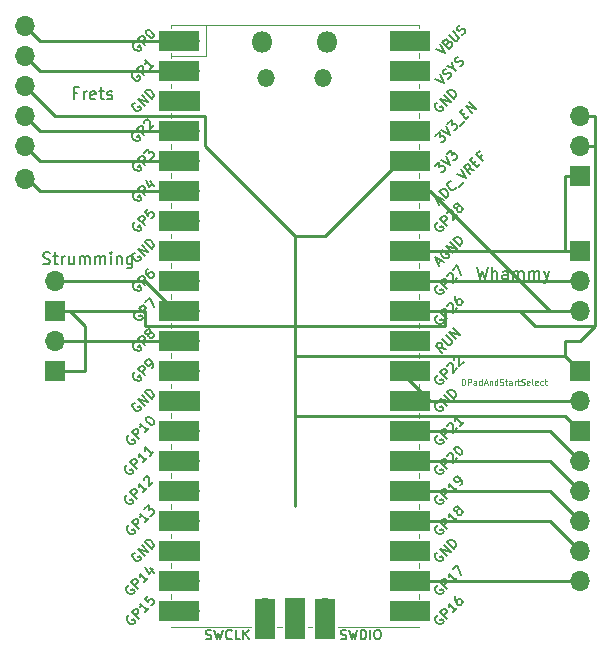
<source format=gbr>
%TF.GenerationSoftware,KiCad,Pcbnew,7.0.7*%
%TF.CreationDate,2023-08-16T19:35:14-07:00*%
%TF.ProjectId,testing,74657374-696e-4672-9e6b-696361645f70,rev?*%
%TF.SameCoordinates,Original*%
%TF.FileFunction,Soldermask,Top*%
%TF.FilePolarity,Negative*%
%FSLAX46Y46*%
G04 Gerber Fmt 4.6, Leading zero omitted, Abs format (unit mm)*
G04 Created by KiCad (PCBNEW 7.0.7) date 2023-08-16 19:35:14*
%MOMM*%
%LPD*%
G01*
G04 APERTURE LIST*
%ADD10R,1.700000X1.700000*%
%ADD11O,1.700000X1.700000*%
%ADD12O,1.800000X1.800000*%
%ADD13O,1.500000X1.500000*%
%ADD14R,3.500000X1.700000*%
%ADD15R,1.700000X3.500000*%
%TA.AperFunction,ComponentPad*%
%ADD16R,1.700000X1.700000*%
%TD*%
%TA.AperFunction,ComponentPad*%
%ADD17O,1.700000X1.700000*%
%TD*%
%TA.AperFunction,SMDPad,CuDef*%
%ADD18R,3.500000X1.700000*%
%TD*%
%TA.AperFunction,SMDPad,CuDef*%
%ADD19R,1.700000X3.500000*%
%TD*%
%TA.AperFunction,Conductor*%
%ADD20C,0.250000*%
%TD*%
%ADD21C,0.125000*%
%ADD22C,0.150000*%
%ADD23C,0.120000*%
G04 APERTURE END LIST*
D10*
%TO.C,*%
X124460000Y-100330000D03*
%TD*%
D11*
%TO.C,*%
X168910000Y-86360000D03*
%TD*%
%TO.C,*%
X168910000Y-100330000D03*
%TD*%
D10*
%TO.C,*%
X168910000Y-110490000D03*
%TD*%
D11*
%TO.C,*%
X121920000Y-78740000D03*
%TD*%
%TO.C,*%
X168910000Y-113030000D03*
%TD*%
%TO.C,*%
X124460000Y-102870000D03*
%TD*%
%TO.C,*%
X124460000Y-97790000D03*
%TD*%
D12*
%TO.C,REF\u002A\u002A*%
X142055000Y-77600000D03*
D13*
X142355000Y-80630000D03*
X147205000Y-80630000D03*
D12*
X147505000Y-77600000D03*
D11*
X135890000Y-77470000D03*
D14*
X134990000Y-77470000D03*
D11*
X135890000Y-80010000D03*
D14*
X134990000Y-80010000D03*
D10*
X135890000Y-82550000D03*
D14*
X134990000Y-82550000D03*
D11*
X135890000Y-85090000D03*
D14*
X134990000Y-85090000D03*
D11*
X135890000Y-87630000D03*
D14*
X134990000Y-87630000D03*
D11*
X135890000Y-90170000D03*
D14*
X134990000Y-90170000D03*
D11*
X135890000Y-92710000D03*
D14*
X134990000Y-92710000D03*
D10*
X135890000Y-95250000D03*
D14*
X134990000Y-95250000D03*
D11*
X135890000Y-97790000D03*
D14*
X134990000Y-97790000D03*
D11*
X135890000Y-100330000D03*
D14*
X134990000Y-100330000D03*
D11*
X135890000Y-102870000D03*
D14*
X134990000Y-102870000D03*
D11*
X135890000Y-105410000D03*
D14*
X134990000Y-105410000D03*
D10*
X135890000Y-107950000D03*
D14*
X134990000Y-107950000D03*
D11*
X135890000Y-110490000D03*
D14*
X134990000Y-110490000D03*
D11*
X135890000Y-113030000D03*
D14*
X134990000Y-113030000D03*
D11*
X135890000Y-115570000D03*
D14*
X134990000Y-115570000D03*
D11*
X135890000Y-118110000D03*
D14*
X134990000Y-118110000D03*
D10*
X135890000Y-120650000D03*
D14*
X134990000Y-120650000D03*
D11*
X135890000Y-123190000D03*
D14*
X134990000Y-123190000D03*
D11*
X135890000Y-125730000D03*
D14*
X134990000Y-125730000D03*
D11*
X153670000Y-125730000D03*
D14*
X154570000Y-125730000D03*
D11*
X153670000Y-123190000D03*
D14*
X154570000Y-123190000D03*
D10*
X153670000Y-120650000D03*
D14*
X154570000Y-120650000D03*
D11*
X153670000Y-118110000D03*
D14*
X154570000Y-118110000D03*
D11*
X153670000Y-115570000D03*
D14*
X154570000Y-115570000D03*
D11*
X153670000Y-113030000D03*
D14*
X154570000Y-113030000D03*
D11*
X153670000Y-110490000D03*
D14*
X154570000Y-110490000D03*
D10*
X153670000Y-107950000D03*
D14*
X154570000Y-107950000D03*
D11*
X153670000Y-105410000D03*
D14*
X154570000Y-105410000D03*
D11*
X153670000Y-102870000D03*
D14*
X154570000Y-102870000D03*
D11*
X153670000Y-100330000D03*
D14*
X154570000Y-100330000D03*
D11*
X153670000Y-97790000D03*
D14*
X154570000Y-97790000D03*
D10*
X153670000Y-95250000D03*
D14*
X154570000Y-95250000D03*
D11*
X153670000Y-92710000D03*
D14*
X154570000Y-92710000D03*
D11*
X153670000Y-90170000D03*
D14*
X154570000Y-90170000D03*
D11*
X153670000Y-87630000D03*
D14*
X154570000Y-87630000D03*
D11*
X153670000Y-85090000D03*
D14*
X154570000Y-85090000D03*
D10*
X153670000Y-82550000D03*
D14*
X154570000Y-82550000D03*
D11*
X153670000Y-80010000D03*
D14*
X154570000Y-80010000D03*
D11*
X153670000Y-77470000D03*
D14*
X154570000Y-77470000D03*
D11*
X142240000Y-125500000D03*
D15*
X142240000Y-126400000D03*
D10*
X144780000Y-125500000D03*
D15*
X144780000Y-126400000D03*
D11*
X147320000Y-125500000D03*
D15*
X147320000Y-126400000D03*
%TD*%
D10*
%TO.C,*%
X168910000Y-105410000D03*
%TD*%
D11*
%TO.C,*%
X121920000Y-76200000D03*
%TD*%
%TO.C,*%
X168910000Y-97790000D03*
%TD*%
%TO.C,*%
X168910000Y-120650000D03*
%TD*%
%TO.C,*%
X168910000Y-107950000D03*
%TD*%
%TO.C,*%
X168953025Y-123208536D03*
%TD*%
D10*
%TO.C,*%
X124460000Y-105410000D03*
%TD*%
%TO.C,*%
X168910000Y-95250000D03*
%TD*%
D11*
%TO.C,*%
X168910000Y-83820000D03*
%TD*%
D10*
%TO.C,*%
X168910000Y-88900000D03*
%TD*%
D11*
%TO.C,*%
X121920000Y-81280000D03*
%TD*%
%TO.C,*%
X168910000Y-115570000D03*
%TD*%
%TO.C,*%
X121920000Y-83820000D03*
%TD*%
%TO.C,*%
X121920000Y-86360000D03*
%TD*%
%TO.C,*%
X121937378Y-89136238D03*
%TD*%
%TO.C,*%
X168910000Y-118110000D03*
%TD*%
D16*
%TO.P,,13*%
%TO.N,N/C*%
X124460000Y-100330000D03*
%TD*%
D17*
%TO.P,,36*%
%TO.N,N/C*%
X168910000Y-86360000D03*
%TD*%
%TO.P,,31*%
%TO.N,N/C*%
X168910000Y-100330000D03*
%TD*%
D16*
%TO.P,,28*%
%TO.N,N/C*%
X168910000Y-110490000D03*
%TD*%
D17*
%TO.P,,1*%
%TO.N,N/C*%
X121920000Y-78740000D03*
%TD*%
%TO.P,,30*%
%TO.N,N/C*%
X168910000Y-113030000D03*
%TD*%
%TO.P,,9*%
%TO.N,N/C*%
X124460000Y-102870000D03*
%TD*%
%TO.P,,9*%
%TO.N,N/C*%
X124460000Y-97790000D03*
%TD*%
%TO.P,REF\u002A\u002A,1*%
%TO.N,N/C*%
X135890000Y-77470000D03*
D18*
X134990000Y-77470000D03*
D17*
%TO.P,REF\u002A\u002A,2*%
X135890000Y-80010000D03*
D18*
X134990000Y-80010000D03*
D16*
%TO.P,REF\u002A\u002A,3*%
X135890000Y-82550000D03*
D18*
X134990000Y-82550000D03*
D17*
%TO.P,REF\u002A\u002A,4*%
X135890000Y-85090000D03*
D18*
X134990000Y-85090000D03*
D17*
%TO.P,REF\u002A\u002A,5*%
X135890000Y-87630000D03*
D18*
X134990000Y-87630000D03*
D17*
%TO.P,REF\u002A\u002A,6*%
X135890000Y-90170000D03*
D18*
X134990000Y-90170000D03*
D17*
%TO.P,REF\u002A\u002A,7*%
X135890000Y-92710000D03*
D18*
X134990000Y-92710000D03*
D16*
%TO.P,REF\u002A\u002A,8*%
X135890000Y-95250000D03*
D18*
X134990000Y-95250000D03*
D17*
%TO.P,REF\u002A\u002A,9*%
X135890000Y-97790000D03*
D18*
X134990000Y-97790000D03*
D17*
%TO.P,REF\u002A\u002A,10*%
X135890000Y-100330000D03*
D18*
X134990000Y-100330000D03*
D17*
%TO.P,REF\u002A\u002A,11*%
X135890000Y-102870000D03*
D18*
X134990000Y-102870000D03*
D17*
%TO.P,REF\u002A\u002A,12*%
X135890000Y-105410000D03*
D18*
X134990000Y-105410000D03*
D16*
%TO.P,REF\u002A\u002A,13*%
X135890000Y-107950000D03*
D18*
X134990000Y-107950000D03*
D17*
%TO.P,REF\u002A\u002A,14*%
X135890000Y-110490000D03*
D18*
X134990000Y-110490000D03*
D17*
%TO.P,REF\u002A\u002A,15*%
X135890000Y-113030000D03*
D18*
X134990000Y-113030000D03*
D17*
%TO.P,REF\u002A\u002A,16*%
X135890000Y-115570000D03*
D18*
X134990000Y-115570000D03*
D17*
%TO.P,REF\u002A\u002A,17*%
X135890000Y-118110000D03*
D18*
X134990000Y-118110000D03*
D16*
%TO.P,REF\u002A\u002A,18*%
X135890000Y-120650000D03*
D18*
X134990000Y-120650000D03*
D17*
%TO.P,REF\u002A\u002A,19*%
X135890000Y-123190000D03*
D18*
X134990000Y-123190000D03*
D17*
%TO.P,REF\u002A\u002A,20*%
X135890000Y-125730000D03*
D18*
X134990000Y-125730000D03*
D17*
%TO.P,REF\u002A\u002A,21*%
X153670000Y-125730000D03*
D18*
X154570000Y-125730000D03*
D17*
%TO.P,REF\u002A\u002A,22*%
X153670000Y-123190000D03*
D18*
X154570000Y-123190000D03*
D16*
%TO.P,REF\u002A\u002A,23*%
X153670000Y-120650000D03*
D18*
X154570000Y-120650000D03*
D17*
%TO.P,REF\u002A\u002A,24*%
X153670000Y-118110000D03*
D18*
X154570000Y-118110000D03*
D17*
%TO.P,REF\u002A\u002A,25*%
X153670000Y-115570000D03*
D18*
X154570000Y-115570000D03*
D17*
%TO.P,REF\u002A\u002A,26*%
X153670000Y-113030000D03*
D18*
X154570000Y-113030000D03*
D17*
%TO.P,REF\u002A\u002A,27*%
X153670000Y-110490000D03*
D18*
X154570000Y-110490000D03*
D16*
%TO.P,REF\u002A\u002A,28*%
X153670000Y-107950000D03*
D18*
X154570000Y-107950000D03*
D17*
%TO.P,REF\u002A\u002A,29*%
X153670000Y-105410000D03*
D18*
X154570000Y-105410000D03*
D17*
%TO.P,REF\u002A\u002A,30*%
X153670000Y-102870000D03*
D18*
X154570000Y-102870000D03*
D17*
%TO.P,REF\u002A\u002A,31*%
X153670000Y-100330000D03*
D18*
X154570000Y-100330000D03*
D17*
%TO.P,REF\u002A\u002A,32*%
X153670000Y-97790000D03*
D18*
X154570000Y-97790000D03*
D16*
%TO.P,REF\u002A\u002A,33*%
X153670000Y-95250000D03*
D18*
X154570000Y-95250000D03*
D17*
%TO.P,REF\u002A\u002A,34*%
X153670000Y-92710000D03*
D18*
X154570000Y-92710000D03*
D17*
%TO.P,REF\u002A\u002A,35*%
X153670000Y-90170000D03*
D18*
X154570000Y-90170000D03*
D17*
%TO.P,REF\u002A\u002A,36*%
X153670000Y-87630000D03*
D18*
X154570000Y-87630000D03*
D17*
%TO.P,REF\u002A\u002A,37*%
X153670000Y-85090000D03*
D18*
X154570000Y-85090000D03*
D16*
%TO.P,REF\u002A\u002A,38*%
X153670000Y-82550000D03*
D18*
X154570000Y-82550000D03*
D17*
%TO.P,REF\u002A\u002A,39*%
X153670000Y-80010000D03*
D18*
X154570000Y-80010000D03*
D17*
%TO.P,REF\u002A\u002A,40*%
X153670000Y-77470000D03*
D18*
X154570000Y-77470000D03*
D17*
%TO.P,REF\u002A\u002A,41*%
X142240000Y-125500000D03*
D19*
X142240000Y-126400000D03*
D16*
%TO.P,REF\u002A\u002A,42*%
X144780000Y-125500000D03*
D19*
X144780000Y-126400000D03*
D17*
%TO.P,REF\u002A\u002A,43*%
X147320000Y-125500000D03*
D19*
X147320000Y-126400000D03*
%TD*%
D16*
%TO.P,,28*%
%TO.N,N/C*%
X168910000Y-105410000D03*
%TD*%
D17*
%TO.P,,1*%
%TO.N,N/C*%
X121920000Y-76200000D03*
%TD*%
%TO.P,,32*%
%TO.N,N/C*%
X168910000Y-97790000D03*
%TD*%
%TO.P,,30*%
%TO.N,N/C*%
X168910000Y-120650000D03*
%TD*%
%TO.P,,30*%
%TO.N,N/C*%
X168910000Y-107950000D03*
%TD*%
%TO.P,,30*%
%TO.N,N/C*%
X168953025Y-123208536D03*
%TD*%
D16*
%TO.P,,13*%
%TO.N,N/C*%
X124460000Y-105410000D03*
%TD*%
%TO.P,,28*%
%TO.N,N/C*%
X168910000Y-95250000D03*
%TD*%
D17*
%TO.P,,35*%
%TO.N,N/C*%
X168910000Y-83820000D03*
%TD*%
D16*
%TO.P,,33*%
%TO.N,N/C*%
X168910000Y-88900000D03*
%TD*%
D17*
%TO.P,,1*%
%TO.N,N/C*%
X121920000Y-81280000D03*
%TD*%
%TO.P,,30*%
%TO.N,N/C*%
X168910000Y-115570000D03*
%TD*%
%TO.P,,1*%
%TO.N,N/C*%
X121920000Y-83820000D03*
%TD*%
%TO.P,,1*%
%TO.N,N/C*%
X121920000Y-86360000D03*
%TD*%
%TO.P,,1*%
%TO.N,N/C*%
X121937378Y-89136238D03*
%TD*%
%TO.P,,30*%
%TO.N,N/C*%
X168910000Y-118110000D03*
%TD*%
D20*
%TO.N,*%
X144780000Y-100330000D02*
X144780000Y-101600000D01*
X170180000Y-83820000D02*
X170180000Y-101600000D01*
X157480000Y-100330000D02*
X168910000Y-100330000D01*
X166370000Y-110490000D02*
X168910000Y-113030000D01*
X123190000Y-87630000D02*
X121920000Y-86360000D01*
X167640000Y-109220000D02*
X144780000Y-109220000D01*
X147320000Y-93980000D02*
X144780000Y-93980000D01*
X137160000Y-83820000D02*
X124460000Y-83820000D01*
X134620000Y-100330000D02*
X132080000Y-97790000D01*
X123190000Y-77470000D02*
X121920000Y-76200000D01*
X153670000Y-95250000D02*
X167640000Y-95250000D01*
X153670000Y-113030000D02*
X166370000Y-113030000D01*
X167640000Y-104140000D02*
X168910000Y-105410000D01*
X123190000Y-90170000D02*
X121920000Y-88900000D01*
X153670000Y-105410000D02*
X156210000Y-107950000D01*
X168910000Y-110490000D02*
X167640000Y-109220000D01*
X153670000Y-110490000D02*
X166370000Y-110490000D01*
X144780000Y-93980000D02*
X144780000Y-100330000D01*
X167640000Y-102870000D02*
X167640000Y-104140000D01*
X135890000Y-87630000D02*
X123190000Y-87630000D01*
X153670000Y-123190000D02*
X168910000Y-123190000D01*
X135890000Y-90170000D02*
X123190000Y-90170000D01*
X135890000Y-80010000D02*
X123190000Y-80010000D01*
X153670000Y-118110000D02*
X166370000Y-118110000D01*
X168910000Y-102870000D02*
X167640000Y-102870000D01*
X128270000Y-100330000D02*
X124460000Y-100330000D01*
X135890000Y-85090000D02*
X123190000Y-85090000D01*
X167640000Y-95250000D02*
X168910000Y-95250000D01*
X123190000Y-85090000D02*
X121920000Y-83820000D01*
X144780000Y-101600000D02*
X157480000Y-101600000D01*
X144780000Y-104140000D02*
X167640000Y-104140000D01*
X170180000Y-101600000D02*
X168910000Y-102870000D01*
X132080000Y-97790000D02*
X124460000Y-97790000D01*
X166370000Y-118110000D02*
X168910000Y-120650000D01*
X135890000Y-77470000D02*
X123190000Y-77470000D01*
X168910000Y-83820000D02*
X170180000Y-83820000D01*
X144780000Y-101600000D02*
X144780000Y-104140000D01*
X132080000Y-101600000D02*
X132080000Y-100330000D01*
X144780000Y-93980000D02*
X137160000Y-86360000D01*
X144780000Y-104140000D02*
X144780000Y-109220000D01*
X167640000Y-88900000D02*
X168910000Y-88900000D01*
X153670000Y-115570000D02*
X166370000Y-115570000D01*
X135890000Y-102870000D02*
X124460000Y-102870000D01*
X124460000Y-83820000D02*
X121920000Y-81280000D01*
X167640000Y-95250000D02*
X167640000Y-88900000D01*
X153670000Y-97790000D02*
X168910000Y-97790000D01*
X156210000Y-107950000D02*
X168910000Y-107950000D01*
X123190000Y-80010000D02*
X121920000Y-78740000D01*
X166370000Y-113030000D02*
X168910000Y-115570000D01*
X144780000Y-109220000D02*
X144780000Y-116840000D01*
X153670000Y-87630000D02*
X147320000Y-93980000D01*
X135890000Y-100330000D02*
X134620000Y-100330000D01*
X137160000Y-86360000D02*
X137160000Y-83820000D01*
X157480000Y-101600000D02*
X157480000Y-100330000D01*
X166370000Y-115570000D02*
X168910000Y-118110000D01*
X144780000Y-101600000D02*
X132080000Y-101600000D01*
X132080000Y-100330000D02*
X128270000Y-100330000D01*
%TD*%
D16*
%TO.P,,13*%
%TO.N,N/C*%
X124460000Y-100330000D03*
%TD*%
D17*
%TO.P,,36*%
%TO.N,N/C*%
X168910000Y-86360000D03*
%TD*%
%TO.P,,31*%
%TO.N,N/C*%
X168910000Y-100330000D03*
%TD*%
D16*
%TO.P,,28*%
%TO.N,N/C*%
X168910000Y-110490000D03*
%TD*%
D17*
%TO.P,,1*%
%TO.N,N/C*%
X121920000Y-78740000D03*
%TD*%
%TO.P,,30*%
%TO.N,N/C*%
X168910000Y-113030000D03*
%TD*%
%TO.P,,9*%
%TO.N,N/C*%
X124460000Y-102870000D03*
%TD*%
%TO.P,,9*%
%TO.N,N/C*%
X124460000Y-97790000D03*
%TD*%
%TO.P,REF\u002A\u002A,1*%
%TO.N,N/C*%
X135890000Y-77470000D03*
%TO.P,REF\u002A\u002A,2*%
X135890000Y-80010000D03*
D16*
%TO.P,REF\u002A\u002A,3*%
X135890000Y-82550000D03*
D17*
%TO.P,REF\u002A\u002A,4*%
X135890000Y-85090000D03*
%TO.P,REF\u002A\u002A,5*%
X135890000Y-87630000D03*
%TO.P,REF\u002A\u002A,6*%
X135890000Y-90170000D03*
%TO.P,REF\u002A\u002A,7*%
X135890000Y-92710000D03*
D16*
%TO.P,REF\u002A\u002A,8*%
X135890000Y-95250000D03*
D17*
%TO.P,REF\u002A\u002A,9*%
X135890000Y-97790000D03*
%TO.P,REF\u002A\u002A,10*%
X135890000Y-100330000D03*
%TO.P,REF\u002A\u002A,11*%
X135890000Y-102870000D03*
%TO.P,REF\u002A\u002A,12*%
X135890000Y-105410000D03*
D16*
%TO.P,REF\u002A\u002A,13*%
X135890000Y-107950000D03*
D17*
%TO.P,REF\u002A\u002A,14*%
X135890000Y-110490000D03*
%TO.P,REF\u002A\u002A,15*%
X135890000Y-113030000D03*
%TO.P,REF\u002A\u002A,16*%
X135890000Y-115570000D03*
%TO.P,REF\u002A\u002A,17*%
X135890000Y-118110000D03*
D16*
%TO.P,REF\u002A\u002A,18*%
X135890000Y-120650000D03*
D17*
%TO.P,REF\u002A\u002A,19*%
X135890000Y-123190000D03*
%TO.P,REF\u002A\u002A,20*%
X135890000Y-125730000D03*
%TO.P,REF\u002A\u002A,21*%
X153670000Y-125730000D03*
%TO.P,REF\u002A\u002A,22*%
X153670000Y-123190000D03*
D16*
%TO.P,REF\u002A\u002A,23*%
X153670000Y-120650000D03*
D17*
%TO.P,REF\u002A\u002A,24*%
X153670000Y-118110000D03*
%TO.P,REF\u002A\u002A,25*%
X153670000Y-115570000D03*
%TO.P,REF\u002A\u002A,26*%
X153670000Y-113030000D03*
%TO.P,REF\u002A\u002A,27*%
X153670000Y-110490000D03*
D16*
%TO.P,REF\u002A\u002A,28*%
X153670000Y-107950000D03*
D17*
%TO.P,REF\u002A\u002A,29*%
X153670000Y-105410000D03*
%TO.P,REF\u002A\u002A,30*%
X153670000Y-102870000D03*
%TO.P,REF\u002A\u002A,31*%
X153670000Y-100330000D03*
%TO.P,REF\u002A\u002A,32*%
X153670000Y-97790000D03*
D16*
%TO.P,REF\u002A\u002A,33*%
X153670000Y-95250000D03*
D17*
%TO.P,REF\u002A\u002A,34*%
X153670000Y-92710000D03*
%TO.P,REF\u002A\u002A,35*%
X153670000Y-90170000D03*
%TO.P,REF\u002A\u002A,36*%
X153670000Y-87630000D03*
%TO.P,REF\u002A\u002A,37*%
X153670000Y-85090000D03*
D16*
%TO.P,REF\u002A\u002A,38*%
X153670000Y-82550000D03*
D17*
%TO.P,REF\u002A\u002A,39*%
X153670000Y-80010000D03*
%TO.P,REF\u002A\u002A,40*%
X153670000Y-77470000D03*
%TO.P,REF\u002A\u002A,41*%
X142240000Y-125500000D03*
D16*
%TO.P,REF\u002A\u002A,42*%
X144780000Y-125500000D03*
D17*
%TO.P,REF\u002A\u002A,43*%
X147320000Y-125500000D03*
%TD*%
D16*
%TO.P,,28*%
%TO.N,N/C*%
X168910000Y-105410000D03*
%TD*%
D17*
%TO.P,,1*%
%TO.N,N/C*%
X121920000Y-76200000D03*
%TD*%
%TO.P,,32*%
%TO.N,N/C*%
X168910000Y-97790000D03*
%TD*%
%TO.P,,30*%
%TO.N,N/C*%
X168910000Y-120650000D03*
%TD*%
%TO.P,,30*%
%TO.N,N/C*%
X168910000Y-107950000D03*
%TD*%
%TO.P,,30*%
%TO.N,N/C*%
X168953025Y-123208536D03*
%TD*%
D16*
%TO.P,,13*%
%TO.N,N/C*%
X124460000Y-105410000D03*
%TD*%
%TO.P,,28*%
%TO.N,N/C*%
X168910000Y-95250000D03*
%TD*%
D17*
%TO.P,,35*%
%TO.N,N/C*%
X168910000Y-83820000D03*
%TD*%
D16*
%TO.P,,33*%
%TO.N,N/C*%
X168910000Y-88900000D03*
%TD*%
D17*
%TO.P,,1*%
%TO.N,N/C*%
X121920000Y-81280000D03*
%TD*%
%TO.P,,30*%
%TO.N,N/C*%
X168910000Y-115570000D03*
%TD*%
%TO.P,,1*%
%TO.N,N/C*%
X121920000Y-83820000D03*
%TD*%
%TO.P,,1*%
%TO.N,N/C*%
X121920000Y-86360000D03*
%TD*%
%TO.P,,1*%
%TO.N,N/C*%
X121937378Y-89136238D03*
%TD*%
%TO.P,,30*%
%TO.N,N/C*%
X168910000Y-118110000D03*
%TD*%
D20*
%TO.N,*%
X170180000Y-86360000D02*
X168910000Y-86360000D01*
X125730000Y-100330000D02*
X127000000Y-101600000D01*
X127000000Y-101600000D02*
X127000000Y-105410000D01*
X127000000Y-105410000D02*
X124460000Y-105410000D01*
X153670000Y-90170000D02*
X156210000Y-90170000D01*
X170180000Y-101600000D02*
X170180000Y-86360000D01*
X166370000Y-100330000D02*
X168910000Y-100330000D01*
X153670000Y-100330000D02*
X163830000Y-100330000D01*
X156210000Y-90170000D02*
X166370000Y-100330000D01*
X165100000Y-101600000D02*
X170180000Y-101600000D01*
X124460000Y-100330000D02*
X125730000Y-100330000D01*
X163830000Y-100330000D02*
X165100000Y-101600000D01*
%TD*%
D21*
X158951283Y-106612309D02*
X158951283Y-106112309D01*
X158951283Y-106112309D02*
X159070331Y-106112309D01*
X159070331Y-106112309D02*
X159141759Y-106136119D01*
X159141759Y-106136119D02*
X159189378Y-106183738D01*
X159189378Y-106183738D02*
X159213188Y-106231357D01*
X159213188Y-106231357D02*
X159236997Y-106326595D01*
X159236997Y-106326595D02*
X159236997Y-106398023D01*
X159236997Y-106398023D02*
X159213188Y-106493261D01*
X159213188Y-106493261D02*
X159189378Y-106540880D01*
X159189378Y-106540880D02*
X159141759Y-106588500D01*
X159141759Y-106588500D02*
X159070331Y-106612309D01*
X159070331Y-106612309D02*
X158951283Y-106612309D01*
X159451283Y-106612309D02*
X159451283Y-106112309D01*
X159451283Y-106112309D02*
X159641759Y-106112309D01*
X159641759Y-106112309D02*
X159689378Y-106136119D01*
X159689378Y-106136119D02*
X159713188Y-106159928D01*
X159713188Y-106159928D02*
X159736997Y-106207547D01*
X159736997Y-106207547D02*
X159736997Y-106278976D01*
X159736997Y-106278976D02*
X159713188Y-106326595D01*
X159713188Y-106326595D02*
X159689378Y-106350404D01*
X159689378Y-106350404D02*
X159641759Y-106374214D01*
X159641759Y-106374214D02*
X159451283Y-106374214D01*
X160165569Y-106612309D02*
X160165569Y-106350404D01*
X160165569Y-106350404D02*
X160141759Y-106302785D01*
X160141759Y-106302785D02*
X160094140Y-106278976D01*
X160094140Y-106278976D02*
X159998902Y-106278976D01*
X159998902Y-106278976D02*
X159951283Y-106302785D01*
X160165569Y-106588500D02*
X160117950Y-106612309D01*
X160117950Y-106612309D02*
X159998902Y-106612309D01*
X159998902Y-106612309D02*
X159951283Y-106588500D01*
X159951283Y-106588500D02*
X159927474Y-106540880D01*
X159927474Y-106540880D02*
X159927474Y-106493261D01*
X159927474Y-106493261D02*
X159951283Y-106445642D01*
X159951283Y-106445642D02*
X159998902Y-106421833D01*
X159998902Y-106421833D02*
X160117950Y-106421833D01*
X160117950Y-106421833D02*
X160165569Y-106398023D01*
X160617950Y-106612309D02*
X160617950Y-106112309D01*
X160617950Y-106588500D02*
X160570331Y-106612309D01*
X160570331Y-106612309D02*
X160475093Y-106612309D01*
X160475093Y-106612309D02*
X160427474Y-106588500D01*
X160427474Y-106588500D02*
X160403664Y-106564690D01*
X160403664Y-106564690D02*
X160379855Y-106517071D01*
X160379855Y-106517071D02*
X160379855Y-106374214D01*
X160379855Y-106374214D02*
X160403664Y-106326595D01*
X160403664Y-106326595D02*
X160427474Y-106302785D01*
X160427474Y-106302785D02*
X160475093Y-106278976D01*
X160475093Y-106278976D02*
X160570331Y-106278976D01*
X160570331Y-106278976D02*
X160617950Y-106302785D01*
X160832236Y-106469452D02*
X161070331Y-106469452D01*
X160784617Y-106612309D02*
X160951283Y-106112309D01*
X160951283Y-106112309D02*
X161117950Y-106612309D01*
X161284616Y-106278976D02*
X161284616Y-106612309D01*
X161284616Y-106326595D02*
X161308426Y-106302785D01*
X161308426Y-106302785D02*
X161356045Y-106278976D01*
X161356045Y-106278976D02*
X161427473Y-106278976D01*
X161427473Y-106278976D02*
X161475092Y-106302785D01*
X161475092Y-106302785D02*
X161498902Y-106350404D01*
X161498902Y-106350404D02*
X161498902Y-106612309D01*
X161951283Y-106612309D02*
X161951283Y-106112309D01*
X161951283Y-106588500D02*
X161903664Y-106612309D01*
X161903664Y-106612309D02*
X161808426Y-106612309D01*
X161808426Y-106612309D02*
X161760807Y-106588500D01*
X161760807Y-106588500D02*
X161736997Y-106564690D01*
X161736997Y-106564690D02*
X161713188Y-106517071D01*
X161713188Y-106517071D02*
X161713188Y-106374214D01*
X161713188Y-106374214D02*
X161736997Y-106326595D01*
X161736997Y-106326595D02*
X161760807Y-106302785D01*
X161760807Y-106302785D02*
X161808426Y-106278976D01*
X161808426Y-106278976D02*
X161903664Y-106278976D01*
X161903664Y-106278976D02*
X161951283Y-106302785D01*
X162165569Y-106588500D02*
X162236997Y-106612309D01*
X162236997Y-106612309D02*
X162356045Y-106612309D01*
X162356045Y-106612309D02*
X162403664Y-106588500D01*
X162403664Y-106588500D02*
X162427473Y-106564690D01*
X162427473Y-106564690D02*
X162451283Y-106517071D01*
X162451283Y-106517071D02*
X162451283Y-106469452D01*
X162451283Y-106469452D02*
X162427473Y-106421833D01*
X162427473Y-106421833D02*
X162403664Y-106398023D01*
X162403664Y-106398023D02*
X162356045Y-106374214D01*
X162356045Y-106374214D02*
X162260807Y-106350404D01*
X162260807Y-106350404D02*
X162213188Y-106326595D01*
X162213188Y-106326595D02*
X162189378Y-106302785D01*
X162189378Y-106302785D02*
X162165569Y-106255166D01*
X162165569Y-106255166D02*
X162165569Y-106207547D01*
X162165569Y-106207547D02*
X162189378Y-106159928D01*
X162189378Y-106159928D02*
X162213188Y-106136119D01*
X162213188Y-106136119D02*
X162260807Y-106112309D01*
X162260807Y-106112309D02*
X162379854Y-106112309D01*
X162379854Y-106112309D02*
X162451283Y-106136119D01*
X162594140Y-106278976D02*
X162784616Y-106278976D01*
X162665568Y-106112309D02*
X162665568Y-106540880D01*
X162665568Y-106540880D02*
X162689378Y-106588500D01*
X162689378Y-106588500D02*
X162736997Y-106612309D01*
X162736997Y-106612309D02*
X162784616Y-106612309D01*
X163165568Y-106612309D02*
X163165568Y-106350404D01*
X163165568Y-106350404D02*
X163141758Y-106302785D01*
X163141758Y-106302785D02*
X163094139Y-106278976D01*
X163094139Y-106278976D02*
X162998901Y-106278976D01*
X162998901Y-106278976D02*
X162951282Y-106302785D01*
X163165568Y-106588500D02*
X163117949Y-106612309D01*
X163117949Y-106612309D02*
X162998901Y-106612309D01*
X162998901Y-106612309D02*
X162951282Y-106588500D01*
X162951282Y-106588500D02*
X162927473Y-106540880D01*
X162927473Y-106540880D02*
X162927473Y-106493261D01*
X162927473Y-106493261D02*
X162951282Y-106445642D01*
X162951282Y-106445642D02*
X162998901Y-106421833D01*
X162998901Y-106421833D02*
X163117949Y-106421833D01*
X163117949Y-106421833D02*
X163165568Y-106398023D01*
X163403663Y-106612309D02*
X163403663Y-106278976D01*
X163403663Y-106374214D02*
X163427473Y-106326595D01*
X163427473Y-106326595D02*
X163451282Y-106302785D01*
X163451282Y-106302785D02*
X163498901Y-106278976D01*
X163498901Y-106278976D02*
X163546520Y-106278976D01*
X163641759Y-106278976D02*
X163832235Y-106278976D01*
X163713187Y-106112309D02*
X163713187Y-106540880D01*
X163713187Y-106540880D02*
X163736997Y-106588500D01*
X163736997Y-106588500D02*
X163784616Y-106612309D01*
X163784616Y-106612309D02*
X163832235Y-106612309D01*
X163975092Y-106588500D02*
X164046520Y-106612309D01*
X164046520Y-106612309D02*
X164165568Y-106612309D01*
X164165568Y-106612309D02*
X164213187Y-106588500D01*
X164213187Y-106588500D02*
X164236996Y-106564690D01*
X164236996Y-106564690D02*
X164260806Y-106517071D01*
X164260806Y-106517071D02*
X164260806Y-106469452D01*
X164260806Y-106469452D02*
X164236996Y-106421833D01*
X164236996Y-106421833D02*
X164213187Y-106398023D01*
X164213187Y-106398023D02*
X164165568Y-106374214D01*
X164165568Y-106374214D02*
X164070330Y-106350404D01*
X164070330Y-106350404D02*
X164022711Y-106326595D01*
X164022711Y-106326595D02*
X163998901Y-106302785D01*
X163998901Y-106302785D02*
X163975092Y-106255166D01*
X163975092Y-106255166D02*
X163975092Y-106207547D01*
X163975092Y-106207547D02*
X163998901Y-106159928D01*
X163998901Y-106159928D02*
X164022711Y-106136119D01*
X164022711Y-106136119D02*
X164070330Y-106112309D01*
X164070330Y-106112309D02*
X164189377Y-106112309D01*
X164189377Y-106112309D02*
X164260806Y-106136119D01*
X164665567Y-106588500D02*
X164617948Y-106612309D01*
X164617948Y-106612309D02*
X164522710Y-106612309D01*
X164522710Y-106612309D02*
X164475091Y-106588500D01*
X164475091Y-106588500D02*
X164451282Y-106540880D01*
X164451282Y-106540880D02*
X164451282Y-106350404D01*
X164451282Y-106350404D02*
X164475091Y-106302785D01*
X164475091Y-106302785D02*
X164522710Y-106278976D01*
X164522710Y-106278976D02*
X164617948Y-106278976D01*
X164617948Y-106278976D02*
X164665567Y-106302785D01*
X164665567Y-106302785D02*
X164689377Y-106350404D01*
X164689377Y-106350404D02*
X164689377Y-106398023D01*
X164689377Y-106398023D02*
X164451282Y-106445642D01*
X164975091Y-106612309D02*
X164927472Y-106588500D01*
X164927472Y-106588500D02*
X164903662Y-106540880D01*
X164903662Y-106540880D02*
X164903662Y-106112309D01*
X165356043Y-106588500D02*
X165308424Y-106612309D01*
X165308424Y-106612309D02*
X165213186Y-106612309D01*
X165213186Y-106612309D02*
X165165567Y-106588500D01*
X165165567Y-106588500D02*
X165141758Y-106540880D01*
X165141758Y-106540880D02*
X165141758Y-106350404D01*
X165141758Y-106350404D02*
X165165567Y-106302785D01*
X165165567Y-106302785D02*
X165213186Y-106278976D01*
X165213186Y-106278976D02*
X165308424Y-106278976D01*
X165308424Y-106278976D02*
X165356043Y-106302785D01*
X165356043Y-106302785D02*
X165379853Y-106350404D01*
X165379853Y-106350404D02*
X165379853Y-106398023D01*
X165379853Y-106398023D02*
X165141758Y-106445642D01*
X165808424Y-106588500D02*
X165760805Y-106612309D01*
X165760805Y-106612309D02*
X165665567Y-106612309D01*
X165665567Y-106612309D02*
X165617948Y-106588500D01*
X165617948Y-106588500D02*
X165594138Y-106564690D01*
X165594138Y-106564690D02*
X165570329Y-106517071D01*
X165570329Y-106517071D02*
X165570329Y-106374214D01*
X165570329Y-106374214D02*
X165594138Y-106326595D01*
X165594138Y-106326595D02*
X165617948Y-106302785D01*
X165617948Y-106302785D02*
X165665567Y-106278976D01*
X165665567Y-106278976D02*
X165760805Y-106278976D01*
X165760805Y-106278976D02*
X165808424Y-106302785D01*
X165951281Y-106278976D02*
X166141757Y-106278976D01*
X166022709Y-106112309D02*
X166022709Y-106540880D01*
X166022709Y-106540880D02*
X166046519Y-106588500D01*
X166046519Y-106588500D02*
X166094138Y-106612309D01*
X166094138Y-106612309D02*
X166141757Y-106612309D01*
D22*
X160261541Y-96659819D02*
X160499636Y-97659819D01*
X160499636Y-97659819D02*
X160690112Y-96945533D01*
X160690112Y-96945533D02*
X160880588Y-97659819D01*
X160880588Y-97659819D02*
X161118684Y-96659819D01*
X161499636Y-97659819D02*
X161499636Y-96659819D01*
X161928207Y-97659819D02*
X161928207Y-97136009D01*
X161928207Y-97136009D02*
X161880588Y-97040771D01*
X161880588Y-97040771D02*
X161785350Y-96993152D01*
X161785350Y-96993152D02*
X161642493Y-96993152D01*
X161642493Y-96993152D02*
X161547255Y-97040771D01*
X161547255Y-97040771D02*
X161499636Y-97088390D01*
X162832969Y-97659819D02*
X162832969Y-97136009D01*
X162832969Y-97136009D02*
X162785350Y-97040771D01*
X162785350Y-97040771D02*
X162690112Y-96993152D01*
X162690112Y-96993152D02*
X162499636Y-96993152D01*
X162499636Y-96993152D02*
X162404398Y-97040771D01*
X162832969Y-97612200D02*
X162737731Y-97659819D01*
X162737731Y-97659819D02*
X162499636Y-97659819D01*
X162499636Y-97659819D02*
X162404398Y-97612200D01*
X162404398Y-97612200D02*
X162356779Y-97516961D01*
X162356779Y-97516961D02*
X162356779Y-97421723D01*
X162356779Y-97421723D02*
X162404398Y-97326485D01*
X162404398Y-97326485D02*
X162499636Y-97278866D01*
X162499636Y-97278866D02*
X162737731Y-97278866D01*
X162737731Y-97278866D02*
X162832969Y-97231247D01*
X163309160Y-97659819D02*
X163309160Y-96993152D01*
X163309160Y-97088390D02*
X163356779Y-97040771D01*
X163356779Y-97040771D02*
X163452017Y-96993152D01*
X163452017Y-96993152D02*
X163594874Y-96993152D01*
X163594874Y-96993152D02*
X163690112Y-97040771D01*
X163690112Y-97040771D02*
X163737731Y-97136009D01*
X163737731Y-97136009D02*
X163737731Y-97659819D01*
X163737731Y-97136009D02*
X163785350Y-97040771D01*
X163785350Y-97040771D02*
X163880588Y-96993152D01*
X163880588Y-96993152D02*
X164023445Y-96993152D01*
X164023445Y-96993152D02*
X164118684Y-97040771D01*
X164118684Y-97040771D02*
X164166303Y-97136009D01*
X164166303Y-97136009D02*
X164166303Y-97659819D01*
X164642493Y-97659819D02*
X164642493Y-96993152D01*
X164642493Y-97088390D02*
X164690112Y-97040771D01*
X164690112Y-97040771D02*
X164785350Y-96993152D01*
X164785350Y-96993152D02*
X164928207Y-96993152D01*
X164928207Y-96993152D02*
X165023445Y-97040771D01*
X165023445Y-97040771D02*
X165071064Y-97136009D01*
X165071064Y-97136009D02*
X165071064Y-97659819D01*
X165071064Y-97136009D02*
X165118683Y-97040771D01*
X165118683Y-97040771D02*
X165213921Y-96993152D01*
X165213921Y-96993152D02*
X165356778Y-96993152D01*
X165356778Y-96993152D02*
X165452017Y-97040771D01*
X165452017Y-97040771D02*
X165499636Y-97136009D01*
X165499636Y-97136009D02*
X165499636Y-97659819D01*
X165880588Y-96993152D02*
X166118683Y-97659819D01*
X166356778Y-96993152D02*
X166118683Y-97659819D01*
X166118683Y-97659819D02*
X166023445Y-97897914D01*
X166023445Y-97897914D02*
X165975826Y-97945533D01*
X165975826Y-97945533D02*
X165880588Y-97993152D01*
X126400112Y-81896009D02*
X126066779Y-81896009D01*
X126066779Y-82419819D02*
X126066779Y-81419819D01*
X126066779Y-81419819D02*
X126542969Y-81419819D01*
X126923922Y-82419819D02*
X126923922Y-81753152D01*
X126923922Y-81943628D02*
X126971541Y-81848390D01*
X126971541Y-81848390D02*
X127019160Y-81800771D01*
X127019160Y-81800771D02*
X127114398Y-81753152D01*
X127114398Y-81753152D02*
X127209636Y-81753152D01*
X127923922Y-82372200D02*
X127828684Y-82419819D01*
X127828684Y-82419819D02*
X127638208Y-82419819D01*
X127638208Y-82419819D02*
X127542970Y-82372200D01*
X127542970Y-82372200D02*
X127495351Y-82276961D01*
X127495351Y-82276961D02*
X127495351Y-81896009D01*
X127495351Y-81896009D02*
X127542970Y-81800771D01*
X127542970Y-81800771D02*
X127638208Y-81753152D01*
X127638208Y-81753152D02*
X127828684Y-81753152D01*
X127828684Y-81753152D02*
X127923922Y-81800771D01*
X127923922Y-81800771D02*
X127971541Y-81896009D01*
X127971541Y-81896009D02*
X127971541Y-81991247D01*
X127971541Y-81991247D02*
X127495351Y-82086485D01*
X128257256Y-81753152D02*
X128638208Y-81753152D01*
X128400113Y-81419819D02*
X128400113Y-82276961D01*
X128400113Y-82276961D02*
X128447732Y-82372200D01*
X128447732Y-82372200D02*
X128542970Y-82419819D01*
X128542970Y-82419819D02*
X128638208Y-82419819D01*
X128923923Y-82372200D02*
X129019161Y-82419819D01*
X129019161Y-82419819D02*
X129209637Y-82419819D01*
X129209637Y-82419819D02*
X129304875Y-82372200D01*
X129304875Y-82372200D02*
X129352494Y-82276961D01*
X129352494Y-82276961D02*
X129352494Y-82229342D01*
X129352494Y-82229342D02*
X129304875Y-82134104D01*
X129304875Y-82134104D02*
X129209637Y-82086485D01*
X129209637Y-82086485D02*
X129066780Y-82086485D01*
X129066780Y-82086485D02*
X128971542Y-82038866D01*
X128971542Y-82038866D02*
X128923923Y-81943628D01*
X128923923Y-81943628D02*
X128923923Y-81896009D01*
X128923923Y-81896009D02*
X128971542Y-81800771D01*
X128971542Y-81800771D02*
X129066780Y-81753152D01*
X129066780Y-81753152D02*
X129209637Y-81753152D01*
X129209637Y-81753152D02*
X129304875Y-81800771D01*
X123479160Y-96342200D02*
X123622017Y-96389819D01*
X123622017Y-96389819D02*
X123860112Y-96389819D01*
X123860112Y-96389819D02*
X123955350Y-96342200D01*
X123955350Y-96342200D02*
X124002969Y-96294580D01*
X124002969Y-96294580D02*
X124050588Y-96199342D01*
X124050588Y-96199342D02*
X124050588Y-96104104D01*
X124050588Y-96104104D02*
X124002969Y-96008866D01*
X124002969Y-96008866D02*
X123955350Y-95961247D01*
X123955350Y-95961247D02*
X123860112Y-95913628D01*
X123860112Y-95913628D02*
X123669636Y-95866009D01*
X123669636Y-95866009D02*
X123574398Y-95818390D01*
X123574398Y-95818390D02*
X123526779Y-95770771D01*
X123526779Y-95770771D02*
X123479160Y-95675533D01*
X123479160Y-95675533D02*
X123479160Y-95580295D01*
X123479160Y-95580295D02*
X123526779Y-95485057D01*
X123526779Y-95485057D02*
X123574398Y-95437438D01*
X123574398Y-95437438D02*
X123669636Y-95389819D01*
X123669636Y-95389819D02*
X123907731Y-95389819D01*
X123907731Y-95389819D02*
X124050588Y-95437438D01*
X124336303Y-95723152D02*
X124717255Y-95723152D01*
X124479160Y-95389819D02*
X124479160Y-96246961D01*
X124479160Y-96246961D02*
X124526779Y-96342200D01*
X124526779Y-96342200D02*
X124622017Y-96389819D01*
X124622017Y-96389819D02*
X124717255Y-96389819D01*
X125050589Y-96389819D02*
X125050589Y-95723152D01*
X125050589Y-95913628D02*
X125098208Y-95818390D01*
X125098208Y-95818390D02*
X125145827Y-95770771D01*
X125145827Y-95770771D02*
X125241065Y-95723152D01*
X125241065Y-95723152D02*
X125336303Y-95723152D01*
X126098208Y-95723152D02*
X126098208Y-96389819D01*
X125669637Y-95723152D02*
X125669637Y-96246961D01*
X125669637Y-96246961D02*
X125717256Y-96342200D01*
X125717256Y-96342200D02*
X125812494Y-96389819D01*
X125812494Y-96389819D02*
X125955351Y-96389819D01*
X125955351Y-96389819D02*
X126050589Y-96342200D01*
X126050589Y-96342200D02*
X126098208Y-96294580D01*
X126574399Y-96389819D02*
X126574399Y-95723152D01*
X126574399Y-95818390D02*
X126622018Y-95770771D01*
X126622018Y-95770771D02*
X126717256Y-95723152D01*
X126717256Y-95723152D02*
X126860113Y-95723152D01*
X126860113Y-95723152D02*
X126955351Y-95770771D01*
X126955351Y-95770771D02*
X127002970Y-95866009D01*
X127002970Y-95866009D02*
X127002970Y-96389819D01*
X127002970Y-95866009D02*
X127050589Y-95770771D01*
X127050589Y-95770771D02*
X127145827Y-95723152D01*
X127145827Y-95723152D02*
X127288684Y-95723152D01*
X127288684Y-95723152D02*
X127383923Y-95770771D01*
X127383923Y-95770771D02*
X127431542Y-95866009D01*
X127431542Y-95866009D02*
X127431542Y-96389819D01*
X127907732Y-96389819D02*
X127907732Y-95723152D01*
X127907732Y-95818390D02*
X127955351Y-95770771D01*
X127955351Y-95770771D02*
X128050589Y-95723152D01*
X128050589Y-95723152D02*
X128193446Y-95723152D01*
X128193446Y-95723152D02*
X128288684Y-95770771D01*
X128288684Y-95770771D02*
X128336303Y-95866009D01*
X128336303Y-95866009D02*
X128336303Y-96389819D01*
X128336303Y-95866009D02*
X128383922Y-95770771D01*
X128383922Y-95770771D02*
X128479160Y-95723152D01*
X128479160Y-95723152D02*
X128622017Y-95723152D01*
X128622017Y-95723152D02*
X128717256Y-95770771D01*
X128717256Y-95770771D02*
X128764875Y-95866009D01*
X128764875Y-95866009D02*
X128764875Y-96389819D01*
X129241065Y-96389819D02*
X129241065Y-95723152D01*
X129241065Y-95389819D02*
X129193446Y-95437438D01*
X129193446Y-95437438D02*
X129241065Y-95485057D01*
X129241065Y-95485057D02*
X129288684Y-95437438D01*
X129288684Y-95437438D02*
X129241065Y-95389819D01*
X129241065Y-95389819D02*
X129241065Y-95485057D01*
X129717255Y-95723152D02*
X129717255Y-96389819D01*
X129717255Y-95818390D02*
X129764874Y-95770771D01*
X129764874Y-95770771D02*
X129860112Y-95723152D01*
X129860112Y-95723152D02*
X130002969Y-95723152D01*
X130002969Y-95723152D02*
X130098207Y-95770771D01*
X130098207Y-95770771D02*
X130145826Y-95866009D01*
X130145826Y-95866009D02*
X130145826Y-96389819D01*
X131050588Y-95723152D02*
X131050588Y-96532676D01*
X131050588Y-96532676D02*
X131002969Y-96627914D01*
X131002969Y-96627914D02*
X130955350Y-96675533D01*
X130955350Y-96675533D02*
X130860112Y-96723152D01*
X130860112Y-96723152D02*
X130717255Y-96723152D01*
X130717255Y-96723152D02*
X130622017Y-96675533D01*
X131050588Y-96342200D02*
X130955350Y-96389819D01*
X130955350Y-96389819D02*
X130764874Y-96389819D01*
X130764874Y-96389819D02*
X130669636Y-96342200D01*
X130669636Y-96342200D02*
X130622017Y-96294580D01*
X130622017Y-96294580D02*
X130574398Y-96199342D01*
X130574398Y-96199342D02*
X130574398Y-95913628D01*
X130574398Y-95913628D02*
X130622017Y-95818390D01*
X130622017Y-95818390D02*
X130669636Y-95770771D01*
X130669636Y-95770771D02*
X130764874Y-95723152D01*
X130764874Y-95723152D02*
X130955350Y-95723152D01*
X130955350Y-95723152D02*
X131050588Y-95770771D01*
X131266435Y-120798431D02*
X131185623Y-120825368D01*
X131185623Y-120825368D02*
X131104811Y-120906180D01*
X131104811Y-120906180D02*
X131050936Y-121013930D01*
X131050936Y-121013930D02*
X131050936Y-121121680D01*
X131050936Y-121121680D02*
X131077873Y-121202492D01*
X131077873Y-121202492D02*
X131158685Y-121337179D01*
X131158685Y-121337179D02*
X131239498Y-121417991D01*
X131239498Y-121417991D02*
X131374185Y-121498803D01*
X131374185Y-121498803D02*
X131454997Y-121525741D01*
X131454997Y-121525741D02*
X131562746Y-121525741D01*
X131562746Y-121525741D02*
X131670496Y-121471866D01*
X131670496Y-121471866D02*
X131724371Y-121417991D01*
X131724371Y-121417991D02*
X131778246Y-121310241D01*
X131778246Y-121310241D02*
X131778246Y-121256367D01*
X131778246Y-121256367D02*
X131589684Y-121067805D01*
X131589684Y-121067805D02*
X131481934Y-121175554D01*
X132074557Y-121067805D02*
X131508872Y-120502119D01*
X131508872Y-120502119D02*
X132397806Y-120744556D01*
X132397806Y-120744556D02*
X131832120Y-120178871D01*
X132667180Y-120475182D02*
X132101494Y-119909497D01*
X132101494Y-119909497D02*
X132236181Y-119774810D01*
X132236181Y-119774810D02*
X132343931Y-119720935D01*
X132343931Y-119720935D02*
X132451680Y-119720935D01*
X132451680Y-119720935D02*
X132532493Y-119747872D01*
X132532493Y-119747872D02*
X132667180Y-119828685D01*
X132667180Y-119828685D02*
X132747992Y-119909497D01*
X132747992Y-119909497D02*
X132828804Y-120044184D01*
X132828804Y-120044184D02*
X132855741Y-120124996D01*
X132855741Y-120124996D02*
X132855741Y-120232746D01*
X132855741Y-120232746D02*
X132801867Y-120340495D01*
X132801867Y-120340495D02*
X132667180Y-120475182D01*
X156702407Y-85558584D02*
X157052593Y-85208398D01*
X157052593Y-85208398D02*
X157079531Y-85612459D01*
X157079531Y-85612459D02*
X157160343Y-85531646D01*
X157160343Y-85531646D02*
X157241155Y-85504709D01*
X157241155Y-85504709D02*
X157295030Y-85504709D01*
X157295030Y-85504709D02*
X157375842Y-85531646D01*
X157375842Y-85531646D02*
X157510529Y-85666333D01*
X157510529Y-85666333D02*
X157537467Y-85747146D01*
X157537467Y-85747146D02*
X157537467Y-85801020D01*
X157537467Y-85801020D02*
X157510529Y-85881833D01*
X157510529Y-85881833D02*
X157348905Y-86043457D01*
X157348905Y-86043457D02*
X157268093Y-86070394D01*
X157268093Y-86070394D02*
X157214218Y-86070394D01*
X157214218Y-85046773D02*
X157968465Y-85423897D01*
X157968465Y-85423897D02*
X157591342Y-84669649D01*
X157726028Y-84534963D02*
X158076215Y-84184776D01*
X158076215Y-84184776D02*
X158103152Y-84588837D01*
X158103152Y-84588837D02*
X158183964Y-84508025D01*
X158183964Y-84508025D02*
X158264776Y-84481088D01*
X158264776Y-84481088D02*
X158318651Y-84481088D01*
X158318651Y-84481088D02*
X158399464Y-84508025D01*
X158399464Y-84508025D02*
X158534151Y-84642712D01*
X158534151Y-84642712D02*
X158561088Y-84723524D01*
X158561088Y-84723524D02*
X158561088Y-84777399D01*
X158561088Y-84777399D02*
X158534151Y-84858211D01*
X158534151Y-84858211D02*
X158372526Y-85019836D01*
X158372526Y-85019836D02*
X158291714Y-85046773D01*
X158291714Y-85046773D02*
X158237839Y-85046773D01*
X158803525Y-84696587D02*
X159234523Y-84265588D01*
X159019024Y-83780715D02*
X159207586Y-83592153D01*
X159584709Y-83807652D02*
X159315335Y-84077026D01*
X159315335Y-84077026D02*
X158749650Y-83511341D01*
X158749650Y-83511341D02*
X159019024Y-83241967D01*
X159827146Y-83565215D02*
X159261461Y-82999530D01*
X159261461Y-82999530D02*
X160150395Y-83241967D01*
X160150395Y-83241967D02*
X159584710Y-82676281D01*
X137270475Y-128124200D02*
X137384761Y-128162295D01*
X137384761Y-128162295D02*
X137575237Y-128162295D01*
X137575237Y-128162295D02*
X137651428Y-128124200D01*
X137651428Y-128124200D02*
X137689523Y-128086104D01*
X137689523Y-128086104D02*
X137727618Y-128009914D01*
X137727618Y-128009914D02*
X137727618Y-127933723D01*
X137727618Y-127933723D02*
X137689523Y-127857533D01*
X137689523Y-127857533D02*
X137651428Y-127819438D01*
X137651428Y-127819438D02*
X137575237Y-127781342D01*
X137575237Y-127781342D02*
X137422856Y-127743247D01*
X137422856Y-127743247D02*
X137346666Y-127705152D01*
X137346666Y-127705152D02*
X137308571Y-127667057D01*
X137308571Y-127667057D02*
X137270475Y-127590866D01*
X137270475Y-127590866D02*
X137270475Y-127514676D01*
X137270475Y-127514676D02*
X137308571Y-127438485D01*
X137308571Y-127438485D02*
X137346666Y-127400390D01*
X137346666Y-127400390D02*
X137422856Y-127362295D01*
X137422856Y-127362295D02*
X137613333Y-127362295D01*
X137613333Y-127362295D02*
X137727618Y-127400390D01*
X137994285Y-127362295D02*
X138184761Y-128162295D01*
X138184761Y-128162295D02*
X138337142Y-127590866D01*
X138337142Y-127590866D02*
X138489523Y-128162295D01*
X138489523Y-128162295D02*
X138680000Y-127362295D01*
X139441905Y-128086104D02*
X139403809Y-128124200D01*
X139403809Y-128124200D02*
X139289524Y-128162295D01*
X139289524Y-128162295D02*
X139213333Y-128162295D01*
X139213333Y-128162295D02*
X139099047Y-128124200D01*
X139099047Y-128124200D02*
X139022857Y-128048009D01*
X139022857Y-128048009D02*
X138984762Y-127971819D01*
X138984762Y-127971819D02*
X138946666Y-127819438D01*
X138946666Y-127819438D02*
X138946666Y-127705152D01*
X138946666Y-127705152D02*
X138984762Y-127552771D01*
X138984762Y-127552771D02*
X139022857Y-127476580D01*
X139022857Y-127476580D02*
X139099047Y-127400390D01*
X139099047Y-127400390D02*
X139213333Y-127362295D01*
X139213333Y-127362295D02*
X139289524Y-127362295D01*
X139289524Y-127362295D02*
X139403809Y-127400390D01*
X139403809Y-127400390D02*
X139441905Y-127438485D01*
X140165714Y-128162295D02*
X139784762Y-128162295D01*
X139784762Y-128162295D02*
X139784762Y-127362295D01*
X140432381Y-128162295D02*
X140432381Y-127362295D01*
X140889524Y-128162295D02*
X140546666Y-127705152D01*
X140889524Y-127362295D02*
X140432381Y-127819438D01*
X131393372Y-100421494D02*
X131312560Y-100448431D01*
X131312560Y-100448431D02*
X131231748Y-100529243D01*
X131231748Y-100529243D02*
X131177873Y-100636993D01*
X131177873Y-100636993D02*
X131177873Y-100744742D01*
X131177873Y-100744742D02*
X131204810Y-100825555D01*
X131204810Y-100825555D02*
X131285623Y-100960242D01*
X131285623Y-100960242D02*
X131366435Y-101041054D01*
X131366435Y-101041054D02*
X131501122Y-101121866D01*
X131501122Y-101121866D02*
X131581934Y-101148803D01*
X131581934Y-101148803D02*
X131689684Y-101148803D01*
X131689684Y-101148803D02*
X131797433Y-101094929D01*
X131797433Y-101094929D02*
X131851308Y-101041054D01*
X131851308Y-101041054D02*
X131905183Y-100933304D01*
X131905183Y-100933304D02*
X131905183Y-100879429D01*
X131905183Y-100879429D02*
X131716621Y-100690868D01*
X131716621Y-100690868D02*
X131608871Y-100798617D01*
X132201494Y-100690868D02*
X131635809Y-100125182D01*
X131635809Y-100125182D02*
X131851308Y-99909683D01*
X131851308Y-99909683D02*
X131932120Y-99882746D01*
X131932120Y-99882746D02*
X131985995Y-99882746D01*
X131985995Y-99882746D02*
X132066807Y-99909683D01*
X132066807Y-99909683D02*
X132147619Y-99990495D01*
X132147619Y-99990495D02*
X132174557Y-100071307D01*
X132174557Y-100071307D02*
X132174557Y-100125182D01*
X132174557Y-100125182D02*
X132147619Y-100205994D01*
X132147619Y-100205994D02*
X131932120Y-100421494D01*
X132147619Y-99613372D02*
X132524743Y-99236248D01*
X132524743Y-99236248D02*
X132847992Y-100044370D01*
X131293372Y-102991494D02*
X131212560Y-103018431D01*
X131212560Y-103018431D02*
X131131748Y-103099243D01*
X131131748Y-103099243D02*
X131077873Y-103206993D01*
X131077873Y-103206993D02*
X131077873Y-103314742D01*
X131077873Y-103314742D02*
X131104810Y-103395555D01*
X131104810Y-103395555D02*
X131185623Y-103530242D01*
X131185623Y-103530242D02*
X131266435Y-103611054D01*
X131266435Y-103611054D02*
X131401122Y-103691866D01*
X131401122Y-103691866D02*
X131481934Y-103718803D01*
X131481934Y-103718803D02*
X131589684Y-103718803D01*
X131589684Y-103718803D02*
X131697433Y-103664929D01*
X131697433Y-103664929D02*
X131751308Y-103611054D01*
X131751308Y-103611054D02*
X131805183Y-103503304D01*
X131805183Y-103503304D02*
X131805183Y-103449429D01*
X131805183Y-103449429D02*
X131616621Y-103260868D01*
X131616621Y-103260868D02*
X131508871Y-103368617D01*
X132101494Y-103260868D02*
X131535809Y-102695182D01*
X131535809Y-102695182D02*
X131751308Y-102479683D01*
X131751308Y-102479683D02*
X131832120Y-102452746D01*
X131832120Y-102452746D02*
X131885995Y-102452746D01*
X131885995Y-102452746D02*
X131966807Y-102479683D01*
X131966807Y-102479683D02*
X132047619Y-102560495D01*
X132047619Y-102560495D02*
X132074557Y-102641307D01*
X132074557Y-102641307D02*
X132074557Y-102695182D01*
X132074557Y-102695182D02*
X132047619Y-102775994D01*
X132047619Y-102775994D02*
X131832120Y-102991494D01*
X132424743Y-102291121D02*
X132343931Y-102318059D01*
X132343931Y-102318059D02*
X132290056Y-102318059D01*
X132290056Y-102318059D02*
X132209244Y-102291121D01*
X132209244Y-102291121D02*
X132182306Y-102264184D01*
X132182306Y-102264184D02*
X132155369Y-102183372D01*
X132155369Y-102183372D02*
X132155369Y-102129497D01*
X132155369Y-102129497D02*
X132182306Y-102048685D01*
X132182306Y-102048685D02*
X132290056Y-101940935D01*
X132290056Y-101940935D02*
X132370868Y-101913998D01*
X132370868Y-101913998D02*
X132424743Y-101913998D01*
X132424743Y-101913998D02*
X132505555Y-101940935D01*
X132505555Y-101940935D02*
X132532493Y-101967872D01*
X132532493Y-101967872D02*
X132559430Y-102048685D01*
X132559430Y-102048685D02*
X132559430Y-102102559D01*
X132559430Y-102102559D02*
X132532493Y-102183372D01*
X132532493Y-102183372D02*
X132424743Y-102291121D01*
X132424743Y-102291121D02*
X132397806Y-102371933D01*
X132397806Y-102371933D02*
X132397806Y-102425808D01*
X132397806Y-102425808D02*
X132424743Y-102506620D01*
X132424743Y-102506620D02*
X132532493Y-102614370D01*
X132532493Y-102614370D02*
X132613305Y-102641307D01*
X132613305Y-102641307D02*
X132667180Y-102641307D01*
X132667180Y-102641307D02*
X132747992Y-102614370D01*
X132747992Y-102614370D02*
X132855741Y-102506620D01*
X132855741Y-102506620D02*
X132882679Y-102425808D01*
X132882679Y-102425808D02*
X132882679Y-102371933D01*
X132882679Y-102371933D02*
X132855741Y-102291121D01*
X132855741Y-102291121D02*
X132747992Y-102183372D01*
X132747992Y-102183372D02*
X132667180Y-102156434D01*
X132667180Y-102156434D02*
X132613305Y-102156434D01*
X132613305Y-102156434D02*
X132532493Y-102183372D01*
X156700749Y-80670242D02*
X157454996Y-81047366D01*
X157454996Y-81047366D02*
X157077873Y-80293118D01*
X157778245Y-80670242D02*
X157885995Y-80616367D01*
X157885995Y-80616367D02*
X158020682Y-80481680D01*
X158020682Y-80481680D02*
X158047619Y-80400868D01*
X158047619Y-80400868D02*
X158047619Y-80346993D01*
X158047619Y-80346993D02*
X158020682Y-80266181D01*
X158020682Y-80266181D02*
X157966807Y-80212306D01*
X157966807Y-80212306D02*
X157885995Y-80185369D01*
X157885995Y-80185369D02*
X157832120Y-80185369D01*
X157832120Y-80185369D02*
X157751308Y-80212306D01*
X157751308Y-80212306D02*
X157616621Y-80293118D01*
X157616621Y-80293118D02*
X157535808Y-80320056D01*
X157535808Y-80320056D02*
X157481934Y-80320056D01*
X157481934Y-80320056D02*
X157401121Y-80293118D01*
X157401121Y-80293118D02*
X157347247Y-80239244D01*
X157347247Y-80239244D02*
X157320309Y-80158431D01*
X157320309Y-80158431D02*
X157320309Y-80104557D01*
X157320309Y-80104557D02*
X157347247Y-80023744D01*
X157347247Y-80023744D02*
X157481934Y-79889057D01*
X157481934Y-79889057D02*
X157589683Y-79835183D01*
X158209244Y-79754370D02*
X158478618Y-80023744D01*
X157724370Y-79646621D02*
X158209244Y-79754370D01*
X158209244Y-79754370D02*
X158101494Y-79269497D01*
X158801866Y-79646621D02*
X158909616Y-79592746D01*
X158909616Y-79592746D02*
X159044303Y-79458059D01*
X159044303Y-79458059D02*
X159071240Y-79377247D01*
X159071240Y-79377247D02*
X159071240Y-79323372D01*
X159071240Y-79323372D02*
X159044303Y-79242560D01*
X159044303Y-79242560D02*
X158990428Y-79188685D01*
X158990428Y-79188685D02*
X158909616Y-79161748D01*
X158909616Y-79161748D02*
X158855741Y-79161748D01*
X158855741Y-79161748D02*
X158774929Y-79188685D01*
X158774929Y-79188685D02*
X158640242Y-79269497D01*
X158640242Y-79269497D02*
X158559430Y-79296435D01*
X158559430Y-79296435D02*
X158505555Y-79296435D01*
X158505555Y-79296435D02*
X158424743Y-79269497D01*
X158424743Y-79269497D02*
X158370868Y-79215622D01*
X158370868Y-79215622D02*
X158343930Y-79134810D01*
X158343930Y-79134810D02*
X158343930Y-79080935D01*
X158343930Y-79080935D02*
X158370868Y-79000123D01*
X158370868Y-79000123D02*
X158505555Y-78865436D01*
X158505555Y-78865436D02*
X158613304Y-78811561D01*
X131293372Y-97911494D02*
X131212560Y-97938431D01*
X131212560Y-97938431D02*
X131131748Y-98019243D01*
X131131748Y-98019243D02*
X131077873Y-98126993D01*
X131077873Y-98126993D02*
X131077873Y-98234742D01*
X131077873Y-98234742D02*
X131104810Y-98315555D01*
X131104810Y-98315555D02*
X131185623Y-98450242D01*
X131185623Y-98450242D02*
X131266435Y-98531054D01*
X131266435Y-98531054D02*
X131401122Y-98611866D01*
X131401122Y-98611866D02*
X131481934Y-98638803D01*
X131481934Y-98638803D02*
X131589684Y-98638803D01*
X131589684Y-98638803D02*
X131697433Y-98584929D01*
X131697433Y-98584929D02*
X131751308Y-98531054D01*
X131751308Y-98531054D02*
X131805183Y-98423304D01*
X131805183Y-98423304D02*
X131805183Y-98369429D01*
X131805183Y-98369429D02*
X131616621Y-98180868D01*
X131616621Y-98180868D02*
X131508871Y-98288617D01*
X132101494Y-98180868D02*
X131535809Y-97615182D01*
X131535809Y-97615182D02*
X131751308Y-97399683D01*
X131751308Y-97399683D02*
X131832120Y-97372746D01*
X131832120Y-97372746D02*
X131885995Y-97372746D01*
X131885995Y-97372746D02*
X131966807Y-97399683D01*
X131966807Y-97399683D02*
X132047619Y-97480495D01*
X132047619Y-97480495D02*
X132074557Y-97561307D01*
X132074557Y-97561307D02*
X132074557Y-97615182D01*
X132074557Y-97615182D02*
X132047619Y-97695994D01*
X132047619Y-97695994D02*
X131832120Y-97911494D01*
X132343931Y-96807060D02*
X132236181Y-96914810D01*
X132236181Y-96914810D02*
X132209244Y-96995622D01*
X132209244Y-96995622D02*
X132209244Y-97049497D01*
X132209244Y-97049497D02*
X132236181Y-97184184D01*
X132236181Y-97184184D02*
X132316993Y-97318871D01*
X132316993Y-97318871D02*
X132532493Y-97534370D01*
X132532493Y-97534370D02*
X132613305Y-97561307D01*
X132613305Y-97561307D02*
X132667180Y-97561307D01*
X132667180Y-97561307D02*
X132747992Y-97534370D01*
X132747992Y-97534370D02*
X132855741Y-97426620D01*
X132855741Y-97426620D02*
X132882679Y-97345808D01*
X132882679Y-97345808D02*
X132882679Y-97291933D01*
X132882679Y-97291933D02*
X132855741Y-97211121D01*
X132855741Y-97211121D02*
X132721054Y-97076434D01*
X132721054Y-97076434D02*
X132640242Y-97049497D01*
X132640242Y-97049497D02*
X132586367Y-97049497D01*
X132586367Y-97049497D02*
X132505555Y-97076434D01*
X132505555Y-97076434D02*
X132397806Y-97184184D01*
X132397806Y-97184184D02*
X132370868Y-97264996D01*
X132370868Y-97264996D02*
X132370868Y-97318871D01*
X132370868Y-97318871D02*
X132397806Y-97399683D01*
X131293372Y-90291494D02*
X131212560Y-90318431D01*
X131212560Y-90318431D02*
X131131748Y-90399243D01*
X131131748Y-90399243D02*
X131077873Y-90506993D01*
X131077873Y-90506993D02*
X131077873Y-90614742D01*
X131077873Y-90614742D02*
X131104810Y-90695555D01*
X131104810Y-90695555D02*
X131185623Y-90830242D01*
X131185623Y-90830242D02*
X131266435Y-90911054D01*
X131266435Y-90911054D02*
X131401122Y-90991866D01*
X131401122Y-90991866D02*
X131481934Y-91018803D01*
X131481934Y-91018803D02*
X131589684Y-91018803D01*
X131589684Y-91018803D02*
X131697433Y-90964929D01*
X131697433Y-90964929D02*
X131751308Y-90911054D01*
X131751308Y-90911054D02*
X131805183Y-90803304D01*
X131805183Y-90803304D02*
X131805183Y-90749429D01*
X131805183Y-90749429D02*
X131616621Y-90560868D01*
X131616621Y-90560868D02*
X131508871Y-90668617D01*
X132101494Y-90560868D02*
X131535809Y-89995182D01*
X131535809Y-89995182D02*
X131751308Y-89779683D01*
X131751308Y-89779683D02*
X131832120Y-89752746D01*
X131832120Y-89752746D02*
X131885995Y-89752746D01*
X131885995Y-89752746D02*
X131966807Y-89779683D01*
X131966807Y-89779683D02*
X132047619Y-89860495D01*
X132047619Y-89860495D02*
X132074557Y-89941307D01*
X132074557Y-89941307D02*
X132074557Y-89995182D01*
X132074557Y-89995182D02*
X132047619Y-90075994D01*
X132047619Y-90075994D02*
X131832120Y-90291494D01*
X132532493Y-89375622D02*
X132909616Y-89752746D01*
X132182306Y-89294810D02*
X132451680Y-89833558D01*
X132451680Y-89833558D02*
X132801867Y-89483372D01*
X156877998Y-92846868D02*
X156797185Y-92873805D01*
X156797185Y-92873805D02*
X156716373Y-92954618D01*
X156716373Y-92954618D02*
X156662498Y-93062367D01*
X156662498Y-93062367D02*
X156662498Y-93170117D01*
X156662498Y-93170117D02*
X156689436Y-93250929D01*
X156689436Y-93250929D02*
X156770248Y-93385616D01*
X156770248Y-93385616D02*
X156851060Y-93466428D01*
X156851060Y-93466428D02*
X156985747Y-93547241D01*
X156985747Y-93547241D02*
X157066560Y-93574178D01*
X157066560Y-93574178D02*
X157174309Y-93574178D01*
X157174309Y-93574178D02*
X157282059Y-93520303D01*
X157282059Y-93520303D02*
X157335934Y-93466428D01*
X157335934Y-93466428D02*
X157389808Y-93358679D01*
X157389808Y-93358679D02*
X157389808Y-93304804D01*
X157389808Y-93304804D02*
X157201247Y-93116242D01*
X157201247Y-93116242D02*
X157093497Y-93223992D01*
X157686120Y-93116242D02*
X157120434Y-92550557D01*
X157120434Y-92550557D02*
X157335934Y-92335057D01*
X157335934Y-92335057D02*
X157416746Y-92308120D01*
X157416746Y-92308120D02*
X157470621Y-92308120D01*
X157470621Y-92308120D02*
X157551433Y-92335057D01*
X157551433Y-92335057D02*
X157632245Y-92415870D01*
X157632245Y-92415870D02*
X157659182Y-92496682D01*
X157659182Y-92496682D02*
X157659182Y-92550557D01*
X157659182Y-92550557D02*
X157632245Y-92631369D01*
X157632245Y-92631369D02*
X157416746Y-92846868D01*
X157713057Y-92065683D02*
X157713057Y-92011809D01*
X157713057Y-92011809D02*
X157739995Y-91930996D01*
X157739995Y-91930996D02*
X157874682Y-91796309D01*
X157874682Y-91796309D02*
X157955494Y-91769372D01*
X157955494Y-91769372D02*
X158009369Y-91769372D01*
X158009369Y-91769372D02*
X158090181Y-91796309D01*
X158090181Y-91796309D02*
X158144056Y-91850184D01*
X158144056Y-91850184D02*
X158197930Y-91957934D01*
X158197930Y-91957934D02*
X158197930Y-92604431D01*
X158197930Y-92604431D02*
X158548117Y-92254245D01*
X158548117Y-91607747D02*
X158467305Y-91634685D01*
X158467305Y-91634685D02*
X158413430Y-91634685D01*
X158413430Y-91634685D02*
X158332618Y-91607747D01*
X158332618Y-91607747D02*
X158305680Y-91580810D01*
X158305680Y-91580810D02*
X158278743Y-91499998D01*
X158278743Y-91499998D02*
X158278743Y-91446123D01*
X158278743Y-91446123D02*
X158305680Y-91365311D01*
X158305680Y-91365311D02*
X158413430Y-91257561D01*
X158413430Y-91257561D02*
X158494242Y-91230624D01*
X158494242Y-91230624D02*
X158548117Y-91230624D01*
X158548117Y-91230624D02*
X158628929Y-91257561D01*
X158628929Y-91257561D02*
X158655866Y-91284499D01*
X158655866Y-91284499D02*
X158682804Y-91365311D01*
X158682804Y-91365311D02*
X158682804Y-91419186D01*
X158682804Y-91419186D02*
X158655866Y-91499998D01*
X158655866Y-91499998D02*
X158548117Y-91607747D01*
X158548117Y-91607747D02*
X158521179Y-91688560D01*
X158521179Y-91688560D02*
X158521179Y-91742434D01*
X158521179Y-91742434D02*
X158548117Y-91823247D01*
X158548117Y-91823247D02*
X158655866Y-91930996D01*
X158655866Y-91930996D02*
X158736679Y-91957934D01*
X158736679Y-91957934D02*
X158790553Y-91957934D01*
X158790553Y-91957934D02*
X158871366Y-91930996D01*
X158871366Y-91930996D02*
X158979115Y-91823247D01*
X158979115Y-91823247D02*
X159006053Y-91742434D01*
X159006053Y-91742434D02*
X159006053Y-91688560D01*
X159006053Y-91688560D02*
X158979115Y-91607747D01*
X158979115Y-91607747D02*
X158871366Y-91499998D01*
X158871366Y-91499998D02*
X158790553Y-91473060D01*
X158790553Y-91473060D02*
X158736679Y-91473060D01*
X158736679Y-91473060D02*
X158655866Y-91499998D01*
X131266435Y-82698431D02*
X131185623Y-82725368D01*
X131185623Y-82725368D02*
X131104811Y-82806180D01*
X131104811Y-82806180D02*
X131050936Y-82913930D01*
X131050936Y-82913930D02*
X131050936Y-83021680D01*
X131050936Y-83021680D02*
X131077873Y-83102492D01*
X131077873Y-83102492D02*
X131158685Y-83237179D01*
X131158685Y-83237179D02*
X131239498Y-83317991D01*
X131239498Y-83317991D02*
X131374185Y-83398803D01*
X131374185Y-83398803D02*
X131454997Y-83425741D01*
X131454997Y-83425741D02*
X131562746Y-83425741D01*
X131562746Y-83425741D02*
X131670496Y-83371866D01*
X131670496Y-83371866D02*
X131724371Y-83317991D01*
X131724371Y-83317991D02*
X131778246Y-83210241D01*
X131778246Y-83210241D02*
X131778246Y-83156367D01*
X131778246Y-83156367D02*
X131589684Y-82967805D01*
X131589684Y-82967805D02*
X131481934Y-83075554D01*
X132074557Y-82967805D02*
X131508872Y-82402119D01*
X131508872Y-82402119D02*
X132397806Y-82644556D01*
X132397806Y-82644556D02*
X131832120Y-82078871D01*
X132667180Y-82375182D02*
X132101494Y-81809497D01*
X132101494Y-81809497D02*
X132236181Y-81674810D01*
X132236181Y-81674810D02*
X132343931Y-81620935D01*
X132343931Y-81620935D02*
X132451680Y-81620935D01*
X132451680Y-81620935D02*
X132532493Y-81647872D01*
X132532493Y-81647872D02*
X132667180Y-81728685D01*
X132667180Y-81728685D02*
X132747992Y-81809497D01*
X132747992Y-81809497D02*
X132828804Y-81944184D01*
X132828804Y-81944184D02*
X132855741Y-82024996D01*
X132855741Y-82024996D02*
X132855741Y-82132746D01*
X132855741Y-82132746D02*
X132801867Y-82240495D01*
X132801867Y-82240495D02*
X132667180Y-82375182D01*
X130769998Y-118500868D02*
X130689185Y-118527805D01*
X130689185Y-118527805D02*
X130608373Y-118608618D01*
X130608373Y-118608618D02*
X130554498Y-118716367D01*
X130554498Y-118716367D02*
X130554498Y-118824117D01*
X130554498Y-118824117D02*
X130581436Y-118904929D01*
X130581436Y-118904929D02*
X130662248Y-119039616D01*
X130662248Y-119039616D02*
X130743060Y-119120428D01*
X130743060Y-119120428D02*
X130877747Y-119201241D01*
X130877747Y-119201241D02*
X130958560Y-119228178D01*
X130958560Y-119228178D02*
X131066309Y-119228178D01*
X131066309Y-119228178D02*
X131174059Y-119174303D01*
X131174059Y-119174303D02*
X131227934Y-119120428D01*
X131227934Y-119120428D02*
X131281808Y-119012679D01*
X131281808Y-119012679D02*
X131281808Y-118958804D01*
X131281808Y-118958804D02*
X131093247Y-118770242D01*
X131093247Y-118770242D02*
X130985497Y-118877992D01*
X131578120Y-118770242D02*
X131012434Y-118204557D01*
X131012434Y-118204557D02*
X131227934Y-117989057D01*
X131227934Y-117989057D02*
X131308746Y-117962120D01*
X131308746Y-117962120D02*
X131362621Y-117962120D01*
X131362621Y-117962120D02*
X131443433Y-117989057D01*
X131443433Y-117989057D02*
X131524245Y-118069870D01*
X131524245Y-118069870D02*
X131551182Y-118150682D01*
X131551182Y-118150682D02*
X131551182Y-118204557D01*
X131551182Y-118204557D02*
X131524245Y-118285369D01*
X131524245Y-118285369D02*
X131308746Y-118500868D01*
X132440117Y-117908245D02*
X132116868Y-118231494D01*
X132278492Y-118069870D02*
X131712807Y-117504184D01*
X131712807Y-117504184D02*
X131739744Y-117638871D01*
X131739744Y-117638871D02*
X131739744Y-117746621D01*
X131739744Y-117746621D02*
X131712807Y-117827433D01*
X132062993Y-117153998D02*
X132413179Y-116803812D01*
X132413179Y-116803812D02*
X132440117Y-117207873D01*
X132440117Y-117207873D02*
X132520929Y-117127060D01*
X132520929Y-117127060D02*
X132601741Y-117100123D01*
X132601741Y-117100123D02*
X132655616Y-117100123D01*
X132655616Y-117100123D02*
X132736428Y-117127060D01*
X132736428Y-117127060D02*
X132871115Y-117261747D01*
X132871115Y-117261747D02*
X132898053Y-117342560D01*
X132898053Y-117342560D02*
X132898053Y-117396434D01*
X132898053Y-117396434D02*
X132871115Y-117477247D01*
X132871115Y-117477247D02*
X132709491Y-117638871D01*
X132709491Y-117638871D02*
X132628679Y-117665808D01*
X132628679Y-117665808D02*
X132574804Y-117665808D01*
X156877998Y-115960868D02*
X156797185Y-115987805D01*
X156797185Y-115987805D02*
X156716373Y-116068618D01*
X156716373Y-116068618D02*
X156662498Y-116176367D01*
X156662498Y-116176367D02*
X156662498Y-116284117D01*
X156662498Y-116284117D02*
X156689436Y-116364929D01*
X156689436Y-116364929D02*
X156770248Y-116499616D01*
X156770248Y-116499616D02*
X156851060Y-116580428D01*
X156851060Y-116580428D02*
X156985747Y-116661241D01*
X156985747Y-116661241D02*
X157066560Y-116688178D01*
X157066560Y-116688178D02*
X157174309Y-116688178D01*
X157174309Y-116688178D02*
X157282059Y-116634303D01*
X157282059Y-116634303D02*
X157335934Y-116580428D01*
X157335934Y-116580428D02*
X157389808Y-116472679D01*
X157389808Y-116472679D02*
X157389808Y-116418804D01*
X157389808Y-116418804D02*
X157201247Y-116230242D01*
X157201247Y-116230242D02*
X157093497Y-116337992D01*
X157686120Y-116230242D02*
X157120434Y-115664557D01*
X157120434Y-115664557D02*
X157335934Y-115449057D01*
X157335934Y-115449057D02*
X157416746Y-115422120D01*
X157416746Y-115422120D02*
X157470621Y-115422120D01*
X157470621Y-115422120D02*
X157551433Y-115449057D01*
X157551433Y-115449057D02*
X157632245Y-115529870D01*
X157632245Y-115529870D02*
X157659182Y-115610682D01*
X157659182Y-115610682D02*
X157659182Y-115664557D01*
X157659182Y-115664557D02*
X157632245Y-115745369D01*
X157632245Y-115745369D02*
X157416746Y-115960868D01*
X158548117Y-115368245D02*
X158224868Y-115691494D01*
X158386492Y-115529870D02*
X157820807Y-114964184D01*
X157820807Y-114964184D02*
X157847744Y-115098871D01*
X157847744Y-115098871D02*
X157847744Y-115206621D01*
X157847744Y-115206621D02*
X157820807Y-115287433D01*
X158817491Y-115098871D02*
X158925240Y-114991121D01*
X158925240Y-114991121D02*
X158952178Y-114910309D01*
X158952178Y-114910309D02*
X158952178Y-114856434D01*
X158952178Y-114856434D02*
X158925240Y-114721747D01*
X158925240Y-114721747D02*
X158844428Y-114587060D01*
X158844428Y-114587060D02*
X158628929Y-114371561D01*
X158628929Y-114371561D02*
X158548117Y-114344624D01*
X158548117Y-114344624D02*
X158494242Y-114344624D01*
X158494242Y-114344624D02*
X158413430Y-114371561D01*
X158413430Y-114371561D02*
X158305680Y-114479311D01*
X158305680Y-114479311D02*
X158278743Y-114560123D01*
X158278743Y-114560123D02*
X158278743Y-114613998D01*
X158278743Y-114613998D02*
X158305680Y-114694810D01*
X158305680Y-114694810D02*
X158440367Y-114829497D01*
X158440367Y-114829497D02*
X158521179Y-114856434D01*
X158521179Y-114856434D02*
X158575054Y-114856434D01*
X158575054Y-114856434D02*
X158655866Y-114829497D01*
X158655866Y-114829497D02*
X158763616Y-114721747D01*
X158763616Y-114721747D02*
X158790553Y-114640935D01*
X158790553Y-114640935D02*
X158790553Y-114587060D01*
X158790553Y-114587060D02*
X158763616Y-114506248D01*
X156877998Y-110890868D02*
X156797185Y-110917805D01*
X156797185Y-110917805D02*
X156716373Y-110998618D01*
X156716373Y-110998618D02*
X156662498Y-111106367D01*
X156662498Y-111106367D02*
X156662498Y-111214117D01*
X156662498Y-111214117D02*
X156689436Y-111294929D01*
X156689436Y-111294929D02*
X156770248Y-111429616D01*
X156770248Y-111429616D02*
X156851060Y-111510428D01*
X156851060Y-111510428D02*
X156985747Y-111591241D01*
X156985747Y-111591241D02*
X157066560Y-111618178D01*
X157066560Y-111618178D02*
X157174309Y-111618178D01*
X157174309Y-111618178D02*
X157282059Y-111564303D01*
X157282059Y-111564303D02*
X157335934Y-111510428D01*
X157335934Y-111510428D02*
X157389808Y-111402679D01*
X157389808Y-111402679D02*
X157389808Y-111348804D01*
X157389808Y-111348804D02*
X157201247Y-111160242D01*
X157201247Y-111160242D02*
X157093497Y-111267992D01*
X157686120Y-111160242D02*
X157120434Y-110594557D01*
X157120434Y-110594557D02*
X157335934Y-110379057D01*
X157335934Y-110379057D02*
X157416746Y-110352120D01*
X157416746Y-110352120D02*
X157470621Y-110352120D01*
X157470621Y-110352120D02*
X157551433Y-110379057D01*
X157551433Y-110379057D02*
X157632245Y-110459870D01*
X157632245Y-110459870D02*
X157659182Y-110540682D01*
X157659182Y-110540682D02*
X157659182Y-110594557D01*
X157659182Y-110594557D02*
X157632245Y-110675369D01*
X157632245Y-110675369D02*
X157416746Y-110890868D01*
X157713057Y-110109683D02*
X157713057Y-110055809D01*
X157713057Y-110055809D02*
X157739995Y-109974996D01*
X157739995Y-109974996D02*
X157874682Y-109840309D01*
X157874682Y-109840309D02*
X157955494Y-109813372D01*
X157955494Y-109813372D02*
X158009369Y-109813372D01*
X158009369Y-109813372D02*
X158090181Y-109840309D01*
X158090181Y-109840309D02*
X158144056Y-109894184D01*
X158144056Y-109894184D02*
X158197930Y-110001934D01*
X158197930Y-110001934D02*
X158197930Y-110648431D01*
X158197930Y-110648431D02*
X158548117Y-110298245D01*
X159086865Y-109759497D02*
X158763616Y-110082746D01*
X158925240Y-109921121D02*
X158359555Y-109355436D01*
X158359555Y-109355436D02*
X158386492Y-109490123D01*
X158386492Y-109490123D02*
X158386492Y-109597873D01*
X158386492Y-109597873D02*
X158359555Y-109678685D01*
X156877998Y-100720868D02*
X156797185Y-100747805D01*
X156797185Y-100747805D02*
X156716373Y-100828618D01*
X156716373Y-100828618D02*
X156662498Y-100936367D01*
X156662498Y-100936367D02*
X156662498Y-101044117D01*
X156662498Y-101044117D02*
X156689436Y-101124929D01*
X156689436Y-101124929D02*
X156770248Y-101259616D01*
X156770248Y-101259616D02*
X156851060Y-101340428D01*
X156851060Y-101340428D02*
X156985747Y-101421241D01*
X156985747Y-101421241D02*
X157066560Y-101448178D01*
X157066560Y-101448178D02*
X157174309Y-101448178D01*
X157174309Y-101448178D02*
X157282059Y-101394303D01*
X157282059Y-101394303D02*
X157335934Y-101340428D01*
X157335934Y-101340428D02*
X157389808Y-101232679D01*
X157389808Y-101232679D02*
X157389808Y-101178804D01*
X157389808Y-101178804D02*
X157201247Y-100990242D01*
X157201247Y-100990242D02*
X157093497Y-101097992D01*
X157686120Y-100990242D02*
X157120434Y-100424557D01*
X157120434Y-100424557D02*
X157335934Y-100209057D01*
X157335934Y-100209057D02*
X157416746Y-100182120D01*
X157416746Y-100182120D02*
X157470621Y-100182120D01*
X157470621Y-100182120D02*
X157551433Y-100209057D01*
X157551433Y-100209057D02*
X157632245Y-100289870D01*
X157632245Y-100289870D02*
X157659182Y-100370682D01*
X157659182Y-100370682D02*
X157659182Y-100424557D01*
X157659182Y-100424557D02*
X157632245Y-100505369D01*
X157632245Y-100505369D02*
X157416746Y-100720868D01*
X157713057Y-99939683D02*
X157713057Y-99885809D01*
X157713057Y-99885809D02*
X157739995Y-99804996D01*
X157739995Y-99804996D02*
X157874682Y-99670309D01*
X157874682Y-99670309D02*
X157955494Y-99643372D01*
X157955494Y-99643372D02*
X158009369Y-99643372D01*
X158009369Y-99643372D02*
X158090181Y-99670309D01*
X158090181Y-99670309D02*
X158144056Y-99724184D01*
X158144056Y-99724184D02*
X158197930Y-99831934D01*
X158197930Y-99831934D02*
X158197930Y-100478431D01*
X158197930Y-100478431D02*
X158548117Y-100128245D01*
X158467305Y-99077686D02*
X158359555Y-99185436D01*
X158359555Y-99185436D02*
X158332618Y-99266248D01*
X158332618Y-99266248D02*
X158332618Y-99320123D01*
X158332618Y-99320123D02*
X158359555Y-99454810D01*
X158359555Y-99454810D02*
X158440367Y-99589497D01*
X158440367Y-99589497D02*
X158655866Y-99804996D01*
X158655866Y-99804996D02*
X158736679Y-99831934D01*
X158736679Y-99831934D02*
X158790553Y-99831934D01*
X158790553Y-99831934D02*
X158871366Y-99804996D01*
X158871366Y-99804996D02*
X158979115Y-99697247D01*
X158979115Y-99697247D02*
X159006053Y-99616434D01*
X159006053Y-99616434D02*
X159006053Y-99562560D01*
X159006053Y-99562560D02*
X158979115Y-99481747D01*
X158979115Y-99481747D02*
X158844428Y-99347060D01*
X158844428Y-99347060D02*
X158763616Y-99320123D01*
X158763616Y-99320123D02*
X158709741Y-99320123D01*
X158709741Y-99320123D02*
X158628929Y-99347060D01*
X158628929Y-99347060D02*
X158521179Y-99454810D01*
X158521179Y-99454810D02*
X158494242Y-99535622D01*
X158494242Y-99535622D02*
X158494242Y-99589497D01*
X158494242Y-99589497D02*
X158521179Y-99670309D01*
X156877998Y-118500868D02*
X156797185Y-118527805D01*
X156797185Y-118527805D02*
X156716373Y-118608618D01*
X156716373Y-118608618D02*
X156662498Y-118716367D01*
X156662498Y-118716367D02*
X156662498Y-118824117D01*
X156662498Y-118824117D02*
X156689436Y-118904929D01*
X156689436Y-118904929D02*
X156770248Y-119039616D01*
X156770248Y-119039616D02*
X156851060Y-119120428D01*
X156851060Y-119120428D02*
X156985747Y-119201241D01*
X156985747Y-119201241D02*
X157066560Y-119228178D01*
X157066560Y-119228178D02*
X157174309Y-119228178D01*
X157174309Y-119228178D02*
X157282059Y-119174303D01*
X157282059Y-119174303D02*
X157335934Y-119120428D01*
X157335934Y-119120428D02*
X157389808Y-119012679D01*
X157389808Y-119012679D02*
X157389808Y-118958804D01*
X157389808Y-118958804D02*
X157201247Y-118770242D01*
X157201247Y-118770242D02*
X157093497Y-118877992D01*
X157686120Y-118770242D02*
X157120434Y-118204557D01*
X157120434Y-118204557D02*
X157335934Y-117989057D01*
X157335934Y-117989057D02*
X157416746Y-117962120D01*
X157416746Y-117962120D02*
X157470621Y-117962120D01*
X157470621Y-117962120D02*
X157551433Y-117989057D01*
X157551433Y-117989057D02*
X157632245Y-118069870D01*
X157632245Y-118069870D02*
X157659182Y-118150682D01*
X157659182Y-118150682D02*
X157659182Y-118204557D01*
X157659182Y-118204557D02*
X157632245Y-118285369D01*
X157632245Y-118285369D02*
X157416746Y-118500868D01*
X158548117Y-117908245D02*
X158224868Y-118231494D01*
X158386492Y-118069870D02*
X157820807Y-117504184D01*
X157820807Y-117504184D02*
X157847744Y-117638871D01*
X157847744Y-117638871D02*
X157847744Y-117746621D01*
X157847744Y-117746621D02*
X157820807Y-117827433D01*
X158548117Y-117261747D02*
X158467305Y-117288685D01*
X158467305Y-117288685D02*
X158413430Y-117288685D01*
X158413430Y-117288685D02*
X158332618Y-117261747D01*
X158332618Y-117261747D02*
X158305680Y-117234810D01*
X158305680Y-117234810D02*
X158278743Y-117153998D01*
X158278743Y-117153998D02*
X158278743Y-117100123D01*
X158278743Y-117100123D02*
X158305680Y-117019311D01*
X158305680Y-117019311D02*
X158413430Y-116911561D01*
X158413430Y-116911561D02*
X158494242Y-116884624D01*
X158494242Y-116884624D02*
X158548117Y-116884624D01*
X158548117Y-116884624D02*
X158628929Y-116911561D01*
X158628929Y-116911561D02*
X158655866Y-116938499D01*
X158655866Y-116938499D02*
X158682804Y-117019311D01*
X158682804Y-117019311D02*
X158682804Y-117073186D01*
X158682804Y-117073186D02*
X158655866Y-117153998D01*
X158655866Y-117153998D02*
X158548117Y-117261747D01*
X158548117Y-117261747D02*
X158521179Y-117342560D01*
X158521179Y-117342560D02*
X158521179Y-117396434D01*
X158521179Y-117396434D02*
X158548117Y-117477247D01*
X158548117Y-117477247D02*
X158655866Y-117584996D01*
X158655866Y-117584996D02*
X158736679Y-117611934D01*
X158736679Y-117611934D02*
X158790553Y-117611934D01*
X158790553Y-117611934D02*
X158871366Y-117584996D01*
X158871366Y-117584996D02*
X158979115Y-117477247D01*
X158979115Y-117477247D02*
X159006053Y-117396434D01*
X159006053Y-117396434D02*
X159006053Y-117342560D01*
X159006053Y-117342560D02*
X158979115Y-117261747D01*
X158979115Y-117261747D02*
X158871366Y-117153998D01*
X158871366Y-117153998D02*
X158790553Y-117127060D01*
X158790553Y-117127060D02*
X158736679Y-117127060D01*
X158736679Y-117127060D02*
X158655866Y-117153998D01*
X156670123Y-88090868D02*
X157020309Y-87740682D01*
X157020309Y-87740682D02*
X157047247Y-88144743D01*
X157047247Y-88144743D02*
X157128059Y-88063931D01*
X157128059Y-88063931D02*
X157208871Y-88036993D01*
X157208871Y-88036993D02*
X157262746Y-88036993D01*
X157262746Y-88036993D02*
X157343558Y-88063931D01*
X157343558Y-88063931D02*
X157478245Y-88198618D01*
X157478245Y-88198618D02*
X157505182Y-88279430D01*
X157505182Y-88279430D02*
X157505182Y-88333305D01*
X157505182Y-88333305D02*
X157478245Y-88414117D01*
X157478245Y-88414117D02*
X157316621Y-88575741D01*
X157316621Y-88575741D02*
X157235808Y-88602679D01*
X157235808Y-88602679D02*
X157181934Y-88602679D01*
X157181934Y-87579057D02*
X157936181Y-87956181D01*
X157936181Y-87956181D02*
X157559057Y-87201934D01*
X157693744Y-87067247D02*
X158043930Y-86717061D01*
X158043930Y-86717061D02*
X158070868Y-87121122D01*
X158070868Y-87121122D02*
X158151680Y-87040309D01*
X158151680Y-87040309D02*
X158232492Y-87013372D01*
X158232492Y-87013372D02*
X158286367Y-87013372D01*
X158286367Y-87013372D02*
X158367179Y-87040309D01*
X158367179Y-87040309D02*
X158501866Y-87174996D01*
X158501866Y-87174996D02*
X158528804Y-87255809D01*
X158528804Y-87255809D02*
X158528804Y-87309683D01*
X158528804Y-87309683D02*
X158501866Y-87390496D01*
X158501866Y-87390496D02*
X158340242Y-87552120D01*
X158340242Y-87552120D02*
X158259430Y-87579057D01*
X158259430Y-87579057D02*
X158205555Y-87579057D01*
X156733406Y-78127585D02*
X157487653Y-78504709D01*
X157487653Y-78504709D02*
X157110529Y-77750462D01*
X157757027Y-77642712D02*
X157864776Y-77588838D01*
X157864776Y-77588838D02*
X157918651Y-77588838D01*
X157918651Y-77588838D02*
X157999463Y-77615775D01*
X157999463Y-77615775D02*
X158080276Y-77696587D01*
X158080276Y-77696587D02*
X158107213Y-77777399D01*
X158107213Y-77777399D02*
X158107213Y-77831274D01*
X158107213Y-77831274D02*
X158080276Y-77912086D01*
X158080276Y-77912086D02*
X157864776Y-78127586D01*
X157864776Y-78127586D02*
X157299091Y-77561900D01*
X157299091Y-77561900D02*
X157487653Y-77373338D01*
X157487653Y-77373338D02*
X157568465Y-77346401D01*
X157568465Y-77346401D02*
X157622340Y-77346401D01*
X157622340Y-77346401D02*
X157703152Y-77373338D01*
X157703152Y-77373338D02*
X157757027Y-77427213D01*
X157757027Y-77427213D02*
X157783964Y-77508025D01*
X157783964Y-77508025D02*
X157783964Y-77561900D01*
X157783964Y-77561900D02*
X157757027Y-77642712D01*
X157757027Y-77642712D02*
X157568465Y-77831274D01*
X157864776Y-76996215D02*
X158322712Y-77454151D01*
X158322712Y-77454151D02*
X158403524Y-77481088D01*
X158403524Y-77481088D02*
X158457399Y-77481088D01*
X158457399Y-77481088D02*
X158538211Y-77454151D01*
X158538211Y-77454151D02*
X158645961Y-77346401D01*
X158645961Y-77346401D02*
X158672898Y-77265589D01*
X158672898Y-77265589D02*
X158672898Y-77211714D01*
X158672898Y-77211714D02*
X158645961Y-77130902D01*
X158645961Y-77130902D02*
X158188025Y-76672966D01*
X158969210Y-76969277D02*
X159076959Y-76915403D01*
X159076959Y-76915403D02*
X159211646Y-76780716D01*
X159211646Y-76780716D02*
X159238584Y-76699903D01*
X159238584Y-76699903D02*
X159238584Y-76646029D01*
X159238584Y-76646029D02*
X159211646Y-76565216D01*
X159211646Y-76565216D02*
X159157771Y-76511342D01*
X159157771Y-76511342D02*
X159076959Y-76484404D01*
X159076959Y-76484404D02*
X159023084Y-76484404D01*
X159023084Y-76484404D02*
X158942272Y-76511342D01*
X158942272Y-76511342D02*
X158807585Y-76592154D01*
X158807585Y-76592154D02*
X158726773Y-76619091D01*
X158726773Y-76619091D02*
X158672898Y-76619091D01*
X158672898Y-76619091D02*
X158592086Y-76592154D01*
X158592086Y-76592154D02*
X158538211Y-76538279D01*
X158538211Y-76538279D02*
X158511274Y-76457467D01*
X158511274Y-76457467D02*
X158511274Y-76403592D01*
X158511274Y-76403592D02*
X158538211Y-76322780D01*
X158538211Y-76322780D02*
X158672898Y-76188093D01*
X158672898Y-76188093D02*
X158780648Y-76134218D01*
X156866435Y-108098431D02*
X156785623Y-108125368D01*
X156785623Y-108125368D02*
X156704811Y-108206180D01*
X156704811Y-108206180D02*
X156650936Y-108313930D01*
X156650936Y-108313930D02*
X156650936Y-108421680D01*
X156650936Y-108421680D02*
X156677873Y-108502492D01*
X156677873Y-108502492D02*
X156758685Y-108637179D01*
X156758685Y-108637179D02*
X156839498Y-108717991D01*
X156839498Y-108717991D02*
X156974185Y-108798803D01*
X156974185Y-108798803D02*
X157054997Y-108825741D01*
X157054997Y-108825741D02*
X157162746Y-108825741D01*
X157162746Y-108825741D02*
X157270496Y-108771866D01*
X157270496Y-108771866D02*
X157324371Y-108717991D01*
X157324371Y-108717991D02*
X157378246Y-108610241D01*
X157378246Y-108610241D02*
X157378246Y-108556367D01*
X157378246Y-108556367D02*
X157189684Y-108367805D01*
X157189684Y-108367805D02*
X157081934Y-108475554D01*
X157674557Y-108367805D02*
X157108872Y-107802119D01*
X157108872Y-107802119D02*
X157997806Y-108044556D01*
X157997806Y-108044556D02*
X157432120Y-107478871D01*
X158267180Y-107775182D02*
X157701494Y-107209497D01*
X157701494Y-107209497D02*
X157836181Y-107074810D01*
X157836181Y-107074810D02*
X157943931Y-107020935D01*
X157943931Y-107020935D02*
X158051680Y-107020935D01*
X158051680Y-107020935D02*
X158132493Y-107047872D01*
X158132493Y-107047872D02*
X158267180Y-107128685D01*
X158267180Y-107128685D02*
X158347992Y-107209497D01*
X158347992Y-107209497D02*
X158428804Y-107344184D01*
X158428804Y-107344184D02*
X158455741Y-107424996D01*
X158455741Y-107424996D02*
X158455741Y-107532746D01*
X158455741Y-107532746D02*
X158401867Y-107640495D01*
X158401867Y-107640495D02*
X158267180Y-107775182D01*
X156877998Y-98190868D02*
X156797185Y-98217805D01*
X156797185Y-98217805D02*
X156716373Y-98298618D01*
X156716373Y-98298618D02*
X156662498Y-98406367D01*
X156662498Y-98406367D02*
X156662498Y-98514117D01*
X156662498Y-98514117D02*
X156689436Y-98594929D01*
X156689436Y-98594929D02*
X156770248Y-98729616D01*
X156770248Y-98729616D02*
X156851060Y-98810428D01*
X156851060Y-98810428D02*
X156985747Y-98891241D01*
X156985747Y-98891241D02*
X157066560Y-98918178D01*
X157066560Y-98918178D02*
X157174309Y-98918178D01*
X157174309Y-98918178D02*
X157282059Y-98864303D01*
X157282059Y-98864303D02*
X157335934Y-98810428D01*
X157335934Y-98810428D02*
X157389808Y-98702679D01*
X157389808Y-98702679D02*
X157389808Y-98648804D01*
X157389808Y-98648804D02*
X157201247Y-98460242D01*
X157201247Y-98460242D02*
X157093497Y-98567992D01*
X157686120Y-98460242D02*
X157120434Y-97894557D01*
X157120434Y-97894557D02*
X157335934Y-97679057D01*
X157335934Y-97679057D02*
X157416746Y-97652120D01*
X157416746Y-97652120D02*
X157470621Y-97652120D01*
X157470621Y-97652120D02*
X157551433Y-97679057D01*
X157551433Y-97679057D02*
X157632245Y-97759870D01*
X157632245Y-97759870D02*
X157659182Y-97840682D01*
X157659182Y-97840682D02*
X157659182Y-97894557D01*
X157659182Y-97894557D02*
X157632245Y-97975369D01*
X157632245Y-97975369D02*
X157416746Y-98190868D01*
X157713057Y-97409683D02*
X157713057Y-97355809D01*
X157713057Y-97355809D02*
X157739995Y-97274996D01*
X157739995Y-97274996D02*
X157874682Y-97140309D01*
X157874682Y-97140309D02*
X157955494Y-97113372D01*
X157955494Y-97113372D02*
X158009369Y-97113372D01*
X158009369Y-97113372D02*
X158090181Y-97140309D01*
X158090181Y-97140309D02*
X158144056Y-97194184D01*
X158144056Y-97194184D02*
X158197930Y-97301934D01*
X158197930Y-97301934D02*
X158197930Y-97948431D01*
X158197930Y-97948431D02*
X158548117Y-97598245D01*
X158170993Y-96843998D02*
X158548117Y-96466874D01*
X158548117Y-96466874D02*
X158871366Y-97274996D01*
X131193372Y-85211494D02*
X131112560Y-85238431D01*
X131112560Y-85238431D02*
X131031748Y-85319243D01*
X131031748Y-85319243D02*
X130977873Y-85426993D01*
X130977873Y-85426993D02*
X130977873Y-85534742D01*
X130977873Y-85534742D02*
X131004810Y-85615555D01*
X131004810Y-85615555D02*
X131085623Y-85750242D01*
X131085623Y-85750242D02*
X131166435Y-85831054D01*
X131166435Y-85831054D02*
X131301122Y-85911866D01*
X131301122Y-85911866D02*
X131381934Y-85938803D01*
X131381934Y-85938803D02*
X131489684Y-85938803D01*
X131489684Y-85938803D02*
X131597433Y-85884929D01*
X131597433Y-85884929D02*
X131651308Y-85831054D01*
X131651308Y-85831054D02*
X131705183Y-85723304D01*
X131705183Y-85723304D02*
X131705183Y-85669429D01*
X131705183Y-85669429D02*
X131516621Y-85480868D01*
X131516621Y-85480868D02*
X131408871Y-85588617D01*
X132001494Y-85480868D02*
X131435809Y-84915182D01*
X131435809Y-84915182D02*
X131651308Y-84699683D01*
X131651308Y-84699683D02*
X131732120Y-84672746D01*
X131732120Y-84672746D02*
X131785995Y-84672746D01*
X131785995Y-84672746D02*
X131866807Y-84699683D01*
X131866807Y-84699683D02*
X131947619Y-84780495D01*
X131947619Y-84780495D02*
X131974557Y-84861307D01*
X131974557Y-84861307D02*
X131974557Y-84915182D01*
X131974557Y-84915182D02*
X131947619Y-84995994D01*
X131947619Y-84995994D02*
X131732120Y-85211494D01*
X132028432Y-84430309D02*
X132028432Y-84376434D01*
X132028432Y-84376434D02*
X132055369Y-84295622D01*
X132055369Y-84295622D02*
X132190056Y-84160935D01*
X132190056Y-84160935D02*
X132270868Y-84133998D01*
X132270868Y-84133998D02*
X132324743Y-84133998D01*
X132324743Y-84133998D02*
X132405555Y-84160935D01*
X132405555Y-84160935D02*
X132459430Y-84214810D01*
X132459430Y-84214810D02*
X132513305Y-84322559D01*
X132513305Y-84322559D02*
X132513305Y-84969057D01*
X132513305Y-84969057D02*
X132863491Y-84618871D01*
X131293372Y-77591494D02*
X131212560Y-77618431D01*
X131212560Y-77618431D02*
X131131748Y-77699243D01*
X131131748Y-77699243D02*
X131077873Y-77806993D01*
X131077873Y-77806993D02*
X131077873Y-77914742D01*
X131077873Y-77914742D02*
X131104810Y-77995555D01*
X131104810Y-77995555D02*
X131185623Y-78130242D01*
X131185623Y-78130242D02*
X131266435Y-78211054D01*
X131266435Y-78211054D02*
X131401122Y-78291866D01*
X131401122Y-78291866D02*
X131481934Y-78318803D01*
X131481934Y-78318803D02*
X131589684Y-78318803D01*
X131589684Y-78318803D02*
X131697433Y-78264929D01*
X131697433Y-78264929D02*
X131751308Y-78211054D01*
X131751308Y-78211054D02*
X131805183Y-78103304D01*
X131805183Y-78103304D02*
X131805183Y-78049429D01*
X131805183Y-78049429D02*
X131616621Y-77860868D01*
X131616621Y-77860868D02*
X131508871Y-77968617D01*
X132101494Y-77860868D02*
X131535809Y-77295182D01*
X131535809Y-77295182D02*
X131751308Y-77079683D01*
X131751308Y-77079683D02*
X131832120Y-77052746D01*
X131832120Y-77052746D02*
X131885995Y-77052746D01*
X131885995Y-77052746D02*
X131966807Y-77079683D01*
X131966807Y-77079683D02*
X132047619Y-77160495D01*
X132047619Y-77160495D02*
X132074557Y-77241307D01*
X132074557Y-77241307D02*
X132074557Y-77295182D01*
X132074557Y-77295182D02*
X132047619Y-77375994D01*
X132047619Y-77375994D02*
X131832120Y-77591494D01*
X132209244Y-76621747D02*
X132263119Y-76567872D01*
X132263119Y-76567872D02*
X132343931Y-76540935D01*
X132343931Y-76540935D02*
X132397806Y-76540935D01*
X132397806Y-76540935D02*
X132478618Y-76567872D01*
X132478618Y-76567872D02*
X132613305Y-76648685D01*
X132613305Y-76648685D02*
X132747992Y-76783372D01*
X132747992Y-76783372D02*
X132828804Y-76918059D01*
X132828804Y-76918059D02*
X132855741Y-76998871D01*
X132855741Y-76998871D02*
X132855741Y-77052746D01*
X132855741Y-77052746D02*
X132828804Y-77133558D01*
X132828804Y-77133558D02*
X132774929Y-77187433D01*
X132774929Y-77187433D02*
X132694117Y-77214370D01*
X132694117Y-77214370D02*
X132640242Y-77214370D01*
X132640242Y-77214370D02*
X132559430Y-77187433D01*
X132559430Y-77187433D02*
X132424743Y-77106620D01*
X132424743Y-77106620D02*
X132290056Y-76971933D01*
X132290056Y-76971933D02*
X132209244Y-76837246D01*
X132209244Y-76837246D02*
X132182306Y-76756434D01*
X132182306Y-76756434D02*
X132182306Y-76702559D01*
X132182306Y-76702559D02*
X132209244Y-76621747D01*
X156866435Y-82698431D02*
X156785623Y-82725368D01*
X156785623Y-82725368D02*
X156704811Y-82806180D01*
X156704811Y-82806180D02*
X156650936Y-82913930D01*
X156650936Y-82913930D02*
X156650936Y-83021680D01*
X156650936Y-83021680D02*
X156677873Y-83102492D01*
X156677873Y-83102492D02*
X156758685Y-83237179D01*
X156758685Y-83237179D02*
X156839498Y-83317991D01*
X156839498Y-83317991D02*
X156974185Y-83398803D01*
X156974185Y-83398803D02*
X157054997Y-83425741D01*
X157054997Y-83425741D02*
X157162746Y-83425741D01*
X157162746Y-83425741D02*
X157270496Y-83371866D01*
X157270496Y-83371866D02*
X157324371Y-83317991D01*
X157324371Y-83317991D02*
X157378246Y-83210241D01*
X157378246Y-83210241D02*
X157378246Y-83156367D01*
X157378246Y-83156367D02*
X157189684Y-82967805D01*
X157189684Y-82967805D02*
X157081934Y-83075554D01*
X157674557Y-82967805D02*
X157108872Y-82402119D01*
X157108872Y-82402119D02*
X157997806Y-82644556D01*
X157997806Y-82644556D02*
X157432120Y-82078871D01*
X158267180Y-82375182D02*
X157701494Y-81809497D01*
X157701494Y-81809497D02*
X157836181Y-81674810D01*
X157836181Y-81674810D02*
X157943931Y-81620935D01*
X157943931Y-81620935D02*
X158051680Y-81620935D01*
X158051680Y-81620935D02*
X158132493Y-81647872D01*
X158132493Y-81647872D02*
X158267180Y-81728685D01*
X158267180Y-81728685D02*
X158347992Y-81809497D01*
X158347992Y-81809497D02*
X158428804Y-81944184D01*
X158428804Y-81944184D02*
X158455741Y-82024996D01*
X158455741Y-82024996D02*
X158455741Y-82132746D01*
X158455741Y-82132746D02*
X158401867Y-82240495D01*
X158401867Y-82240495D02*
X158267180Y-82375182D01*
X156877998Y-105800868D02*
X156797185Y-105827805D01*
X156797185Y-105827805D02*
X156716373Y-105908618D01*
X156716373Y-105908618D02*
X156662498Y-106016367D01*
X156662498Y-106016367D02*
X156662498Y-106124117D01*
X156662498Y-106124117D02*
X156689436Y-106204929D01*
X156689436Y-106204929D02*
X156770248Y-106339616D01*
X156770248Y-106339616D02*
X156851060Y-106420428D01*
X156851060Y-106420428D02*
X156985747Y-106501241D01*
X156985747Y-106501241D02*
X157066560Y-106528178D01*
X157066560Y-106528178D02*
X157174309Y-106528178D01*
X157174309Y-106528178D02*
X157282059Y-106474303D01*
X157282059Y-106474303D02*
X157335934Y-106420428D01*
X157335934Y-106420428D02*
X157389808Y-106312679D01*
X157389808Y-106312679D02*
X157389808Y-106258804D01*
X157389808Y-106258804D02*
X157201247Y-106070242D01*
X157201247Y-106070242D02*
X157093497Y-106177992D01*
X157686120Y-106070242D02*
X157120434Y-105504557D01*
X157120434Y-105504557D02*
X157335934Y-105289057D01*
X157335934Y-105289057D02*
X157416746Y-105262120D01*
X157416746Y-105262120D02*
X157470621Y-105262120D01*
X157470621Y-105262120D02*
X157551433Y-105289057D01*
X157551433Y-105289057D02*
X157632245Y-105369870D01*
X157632245Y-105369870D02*
X157659182Y-105450682D01*
X157659182Y-105450682D02*
X157659182Y-105504557D01*
X157659182Y-105504557D02*
X157632245Y-105585369D01*
X157632245Y-105585369D02*
X157416746Y-105800868D01*
X157713057Y-105019683D02*
X157713057Y-104965809D01*
X157713057Y-104965809D02*
X157739995Y-104884996D01*
X157739995Y-104884996D02*
X157874682Y-104750309D01*
X157874682Y-104750309D02*
X157955494Y-104723372D01*
X157955494Y-104723372D02*
X158009369Y-104723372D01*
X158009369Y-104723372D02*
X158090181Y-104750309D01*
X158090181Y-104750309D02*
X158144056Y-104804184D01*
X158144056Y-104804184D02*
X158197930Y-104911934D01*
X158197930Y-104911934D02*
X158197930Y-105558431D01*
X158197930Y-105558431D02*
X158548117Y-105208245D01*
X158251805Y-104480935D02*
X158251805Y-104427060D01*
X158251805Y-104427060D02*
X158278743Y-104346248D01*
X158278743Y-104346248D02*
X158413430Y-104211561D01*
X158413430Y-104211561D02*
X158494242Y-104184624D01*
X158494242Y-104184624D02*
X158548117Y-104184624D01*
X158548117Y-104184624D02*
X158628929Y-104211561D01*
X158628929Y-104211561D02*
X158682804Y-104265436D01*
X158682804Y-104265436D02*
X158736679Y-104373186D01*
X158736679Y-104373186D02*
X158736679Y-105019683D01*
X158736679Y-105019683D02*
X159086865Y-104669497D01*
X156931873Y-96341240D02*
X157201247Y-96071866D01*
X157039623Y-96556739D02*
X156662499Y-95802492D01*
X156662499Y-95802492D02*
X157416746Y-96179615D01*
X157362871Y-95155994D02*
X157282059Y-95182932D01*
X157282059Y-95182932D02*
X157201247Y-95263744D01*
X157201247Y-95263744D02*
X157147372Y-95371494D01*
X157147372Y-95371494D02*
X157147372Y-95479243D01*
X157147372Y-95479243D02*
X157174310Y-95560055D01*
X157174310Y-95560055D02*
X157255122Y-95694742D01*
X157255122Y-95694742D02*
X157335934Y-95775555D01*
X157335934Y-95775555D02*
X157470621Y-95856367D01*
X157470621Y-95856367D02*
X157551433Y-95883304D01*
X157551433Y-95883304D02*
X157659183Y-95883304D01*
X157659183Y-95883304D02*
X157766932Y-95829429D01*
X157766932Y-95829429D02*
X157820807Y-95775555D01*
X157820807Y-95775555D02*
X157874682Y-95667805D01*
X157874682Y-95667805D02*
X157874682Y-95613930D01*
X157874682Y-95613930D02*
X157686120Y-95425368D01*
X157686120Y-95425368D02*
X157578371Y-95533118D01*
X158170993Y-95425368D02*
X157605308Y-94859683D01*
X157605308Y-94859683D02*
X158494242Y-95102120D01*
X158494242Y-95102120D02*
X157928557Y-94536434D01*
X158763616Y-94832746D02*
X158197931Y-94267060D01*
X158197931Y-94267060D02*
X158332618Y-94132373D01*
X158332618Y-94132373D02*
X158440367Y-94078498D01*
X158440367Y-94078498D02*
X158548117Y-94078498D01*
X158548117Y-94078498D02*
X158628929Y-94105436D01*
X158628929Y-94105436D02*
X158763616Y-94186248D01*
X158763616Y-94186248D02*
X158844428Y-94267060D01*
X158844428Y-94267060D02*
X158925241Y-94401747D01*
X158925241Y-94401747D02*
X158952178Y-94482560D01*
X158952178Y-94482560D02*
X158952178Y-94590309D01*
X158952178Y-94590309D02*
X158898303Y-94698059D01*
X158898303Y-94698059D02*
X158763616Y-94832746D01*
X130769998Y-110880868D02*
X130689185Y-110907805D01*
X130689185Y-110907805D02*
X130608373Y-110988618D01*
X130608373Y-110988618D02*
X130554498Y-111096367D01*
X130554498Y-111096367D02*
X130554498Y-111204117D01*
X130554498Y-111204117D02*
X130581436Y-111284929D01*
X130581436Y-111284929D02*
X130662248Y-111419616D01*
X130662248Y-111419616D02*
X130743060Y-111500428D01*
X130743060Y-111500428D02*
X130877747Y-111581241D01*
X130877747Y-111581241D02*
X130958560Y-111608178D01*
X130958560Y-111608178D02*
X131066309Y-111608178D01*
X131066309Y-111608178D02*
X131174059Y-111554303D01*
X131174059Y-111554303D02*
X131227934Y-111500428D01*
X131227934Y-111500428D02*
X131281808Y-111392679D01*
X131281808Y-111392679D02*
X131281808Y-111338804D01*
X131281808Y-111338804D02*
X131093247Y-111150242D01*
X131093247Y-111150242D02*
X130985497Y-111257992D01*
X131578120Y-111150242D02*
X131012434Y-110584557D01*
X131012434Y-110584557D02*
X131227934Y-110369057D01*
X131227934Y-110369057D02*
X131308746Y-110342120D01*
X131308746Y-110342120D02*
X131362621Y-110342120D01*
X131362621Y-110342120D02*
X131443433Y-110369057D01*
X131443433Y-110369057D02*
X131524245Y-110449870D01*
X131524245Y-110449870D02*
X131551182Y-110530682D01*
X131551182Y-110530682D02*
X131551182Y-110584557D01*
X131551182Y-110584557D02*
X131524245Y-110665369D01*
X131524245Y-110665369D02*
X131308746Y-110880868D01*
X132440117Y-110288245D02*
X132116868Y-110611494D01*
X132278492Y-110449870D02*
X131712807Y-109884184D01*
X131712807Y-109884184D02*
X131739744Y-110018871D01*
X131739744Y-110018871D02*
X131739744Y-110126621D01*
X131739744Y-110126621D02*
X131712807Y-110207433D01*
X132224618Y-109372373D02*
X132278492Y-109318499D01*
X132278492Y-109318499D02*
X132359305Y-109291561D01*
X132359305Y-109291561D02*
X132413179Y-109291561D01*
X132413179Y-109291561D02*
X132493992Y-109318499D01*
X132493992Y-109318499D02*
X132628679Y-109399311D01*
X132628679Y-109399311D02*
X132763366Y-109533998D01*
X132763366Y-109533998D02*
X132844178Y-109668685D01*
X132844178Y-109668685D02*
X132871115Y-109749497D01*
X132871115Y-109749497D02*
X132871115Y-109803372D01*
X132871115Y-109803372D02*
X132844178Y-109884184D01*
X132844178Y-109884184D02*
X132790303Y-109938059D01*
X132790303Y-109938059D02*
X132709491Y-109964996D01*
X132709491Y-109964996D02*
X132655616Y-109964996D01*
X132655616Y-109964996D02*
X132574804Y-109938059D01*
X132574804Y-109938059D02*
X132440117Y-109857247D01*
X132440117Y-109857247D02*
X132305430Y-109722560D01*
X132305430Y-109722560D02*
X132224618Y-109587873D01*
X132224618Y-109587873D02*
X132197680Y-109507060D01*
X132197680Y-109507060D02*
X132197680Y-109453186D01*
X132197680Y-109453186D02*
X132224618Y-109372373D01*
X156877998Y-113420868D02*
X156797185Y-113447805D01*
X156797185Y-113447805D02*
X156716373Y-113528618D01*
X156716373Y-113528618D02*
X156662498Y-113636367D01*
X156662498Y-113636367D02*
X156662498Y-113744117D01*
X156662498Y-113744117D02*
X156689436Y-113824929D01*
X156689436Y-113824929D02*
X156770248Y-113959616D01*
X156770248Y-113959616D02*
X156851060Y-114040428D01*
X156851060Y-114040428D02*
X156985747Y-114121241D01*
X156985747Y-114121241D02*
X157066560Y-114148178D01*
X157066560Y-114148178D02*
X157174309Y-114148178D01*
X157174309Y-114148178D02*
X157282059Y-114094303D01*
X157282059Y-114094303D02*
X157335934Y-114040428D01*
X157335934Y-114040428D02*
X157389808Y-113932679D01*
X157389808Y-113932679D02*
X157389808Y-113878804D01*
X157389808Y-113878804D02*
X157201247Y-113690242D01*
X157201247Y-113690242D02*
X157093497Y-113797992D01*
X157686120Y-113690242D02*
X157120434Y-113124557D01*
X157120434Y-113124557D02*
X157335934Y-112909057D01*
X157335934Y-112909057D02*
X157416746Y-112882120D01*
X157416746Y-112882120D02*
X157470621Y-112882120D01*
X157470621Y-112882120D02*
X157551433Y-112909057D01*
X157551433Y-112909057D02*
X157632245Y-112989870D01*
X157632245Y-112989870D02*
X157659182Y-113070682D01*
X157659182Y-113070682D02*
X157659182Y-113124557D01*
X157659182Y-113124557D02*
X157632245Y-113205369D01*
X157632245Y-113205369D02*
X157416746Y-113420868D01*
X157713057Y-112639683D02*
X157713057Y-112585809D01*
X157713057Y-112585809D02*
X157739995Y-112504996D01*
X157739995Y-112504996D02*
X157874682Y-112370309D01*
X157874682Y-112370309D02*
X157955494Y-112343372D01*
X157955494Y-112343372D02*
X158009369Y-112343372D01*
X158009369Y-112343372D02*
X158090181Y-112370309D01*
X158090181Y-112370309D02*
X158144056Y-112424184D01*
X158144056Y-112424184D02*
X158197930Y-112531934D01*
X158197930Y-112531934D02*
X158197930Y-113178431D01*
X158197930Y-113178431D02*
X158548117Y-112828245D01*
X158332618Y-111912373D02*
X158386492Y-111858499D01*
X158386492Y-111858499D02*
X158467305Y-111831561D01*
X158467305Y-111831561D02*
X158521179Y-111831561D01*
X158521179Y-111831561D02*
X158601992Y-111858499D01*
X158601992Y-111858499D02*
X158736679Y-111939311D01*
X158736679Y-111939311D02*
X158871366Y-112073998D01*
X158871366Y-112073998D02*
X158952178Y-112208685D01*
X158952178Y-112208685D02*
X158979115Y-112289497D01*
X158979115Y-112289497D02*
X158979115Y-112343372D01*
X158979115Y-112343372D02*
X158952178Y-112424184D01*
X158952178Y-112424184D02*
X158898303Y-112478059D01*
X158898303Y-112478059D02*
X158817491Y-112504996D01*
X158817491Y-112504996D02*
X158763616Y-112504996D01*
X158763616Y-112504996D02*
X158682804Y-112478059D01*
X158682804Y-112478059D02*
X158548117Y-112397247D01*
X158548117Y-112397247D02*
X158413430Y-112262560D01*
X158413430Y-112262560D02*
X158332618Y-112127873D01*
X158332618Y-112127873D02*
X158305680Y-112047060D01*
X158305680Y-112047060D02*
X158305680Y-111993186D01*
X158305680Y-111993186D02*
X158332618Y-111912373D01*
X130723998Y-123580868D02*
X130643185Y-123607805D01*
X130643185Y-123607805D02*
X130562373Y-123688618D01*
X130562373Y-123688618D02*
X130508498Y-123796367D01*
X130508498Y-123796367D02*
X130508498Y-123904117D01*
X130508498Y-123904117D02*
X130535436Y-123984929D01*
X130535436Y-123984929D02*
X130616248Y-124119616D01*
X130616248Y-124119616D02*
X130697060Y-124200428D01*
X130697060Y-124200428D02*
X130831747Y-124281241D01*
X130831747Y-124281241D02*
X130912560Y-124308178D01*
X130912560Y-124308178D02*
X131020309Y-124308178D01*
X131020309Y-124308178D02*
X131128059Y-124254303D01*
X131128059Y-124254303D02*
X131181934Y-124200428D01*
X131181934Y-124200428D02*
X131235808Y-124092679D01*
X131235808Y-124092679D02*
X131235808Y-124038804D01*
X131235808Y-124038804D02*
X131047247Y-123850242D01*
X131047247Y-123850242D02*
X130939497Y-123957992D01*
X131532120Y-123850242D02*
X130966434Y-123284557D01*
X130966434Y-123284557D02*
X131181934Y-123069057D01*
X131181934Y-123069057D02*
X131262746Y-123042120D01*
X131262746Y-123042120D02*
X131316621Y-123042120D01*
X131316621Y-123042120D02*
X131397433Y-123069057D01*
X131397433Y-123069057D02*
X131478245Y-123149870D01*
X131478245Y-123149870D02*
X131505182Y-123230682D01*
X131505182Y-123230682D02*
X131505182Y-123284557D01*
X131505182Y-123284557D02*
X131478245Y-123365369D01*
X131478245Y-123365369D02*
X131262746Y-123580868D01*
X132394117Y-122988245D02*
X132070868Y-123311494D01*
X132232492Y-123149870D02*
X131666807Y-122584184D01*
X131666807Y-122584184D02*
X131693744Y-122718871D01*
X131693744Y-122718871D02*
X131693744Y-122826621D01*
X131693744Y-122826621D02*
X131666807Y-122907433D01*
X132501866Y-122126248D02*
X132878990Y-122503372D01*
X132151680Y-122045436D02*
X132421054Y-122584184D01*
X132421054Y-122584184D02*
X132771240Y-122233998D01*
X131266435Y-95398431D02*
X131185623Y-95425368D01*
X131185623Y-95425368D02*
X131104811Y-95506180D01*
X131104811Y-95506180D02*
X131050936Y-95613930D01*
X131050936Y-95613930D02*
X131050936Y-95721680D01*
X131050936Y-95721680D02*
X131077873Y-95802492D01*
X131077873Y-95802492D02*
X131158685Y-95937179D01*
X131158685Y-95937179D02*
X131239498Y-96017991D01*
X131239498Y-96017991D02*
X131374185Y-96098803D01*
X131374185Y-96098803D02*
X131454997Y-96125741D01*
X131454997Y-96125741D02*
X131562746Y-96125741D01*
X131562746Y-96125741D02*
X131670496Y-96071866D01*
X131670496Y-96071866D02*
X131724371Y-96017991D01*
X131724371Y-96017991D02*
X131778246Y-95910241D01*
X131778246Y-95910241D02*
X131778246Y-95856367D01*
X131778246Y-95856367D02*
X131589684Y-95667805D01*
X131589684Y-95667805D02*
X131481934Y-95775554D01*
X132074557Y-95667805D02*
X131508872Y-95102119D01*
X131508872Y-95102119D02*
X132397806Y-95344556D01*
X132397806Y-95344556D02*
X131832120Y-94778871D01*
X132667180Y-95075182D02*
X132101494Y-94509497D01*
X132101494Y-94509497D02*
X132236181Y-94374810D01*
X132236181Y-94374810D02*
X132343931Y-94320935D01*
X132343931Y-94320935D02*
X132451680Y-94320935D01*
X132451680Y-94320935D02*
X132532493Y-94347872D01*
X132532493Y-94347872D02*
X132667180Y-94428685D01*
X132667180Y-94428685D02*
X132747992Y-94509497D01*
X132747992Y-94509497D02*
X132828804Y-94644184D01*
X132828804Y-94644184D02*
X132855741Y-94724996D01*
X132855741Y-94724996D02*
X132855741Y-94832746D01*
X132855741Y-94832746D02*
X132801867Y-94940495D01*
X132801867Y-94940495D02*
X132667180Y-95075182D01*
X156866435Y-120798431D02*
X156785623Y-120825368D01*
X156785623Y-120825368D02*
X156704811Y-120906180D01*
X156704811Y-120906180D02*
X156650936Y-121013930D01*
X156650936Y-121013930D02*
X156650936Y-121121680D01*
X156650936Y-121121680D02*
X156677873Y-121202492D01*
X156677873Y-121202492D02*
X156758685Y-121337179D01*
X156758685Y-121337179D02*
X156839498Y-121417991D01*
X156839498Y-121417991D02*
X156974185Y-121498803D01*
X156974185Y-121498803D02*
X157054997Y-121525741D01*
X157054997Y-121525741D02*
X157162746Y-121525741D01*
X157162746Y-121525741D02*
X157270496Y-121471866D01*
X157270496Y-121471866D02*
X157324371Y-121417991D01*
X157324371Y-121417991D02*
X157378246Y-121310241D01*
X157378246Y-121310241D02*
X157378246Y-121256367D01*
X157378246Y-121256367D02*
X157189684Y-121067805D01*
X157189684Y-121067805D02*
X157081934Y-121175554D01*
X157674557Y-121067805D02*
X157108872Y-120502119D01*
X157108872Y-120502119D02*
X157997806Y-120744556D01*
X157997806Y-120744556D02*
X157432120Y-120178871D01*
X158267180Y-120475182D02*
X157701494Y-119909497D01*
X157701494Y-119909497D02*
X157836181Y-119774810D01*
X157836181Y-119774810D02*
X157943931Y-119720935D01*
X157943931Y-119720935D02*
X158051680Y-119720935D01*
X158051680Y-119720935D02*
X158132493Y-119747872D01*
X158132493Y-119747872D02*
X158267180Y-119828685D01*
X158267180Y-119828685D02*
X158347992Y-119909497D01*
X158347992Y-119909497D02*
X158428804Y-120044184D01*
X158428804Y-120044184D02*
X158455741Y-120124996D01*
X158455741Y-120124996D02*
X158455741Y-120232746D01*
X158455741Y-120232746D02*
X158401867Y-120340495D01*
X158401867Y-120340495D02*
X158267180Y-120475182D01*
X156877998Y-126120868D02*
X156797185Y-126147805D01*
X156797185Y-126147805D02*
X156716373Y-126228618D01*
X156716373Y-126228618D02*
X156662498Y-126336367D01*
X156662498Y-126336367D02*
X156662498Y-126444117D01*
X156662498Y-126444117D02*
X156689436Y-126524929D01*
X156689436Y-126524929D02*
X156770248Y-126659616D01*
X156770248Y-126659616D02*
X156851060Y-126740428D01*
X156851060Y-126740428D02*
X156985747Y-126821241D01*
X156985747Y-126821241D02*
X157066560Y-126848178D01*
X157066560Y-126848178D02*
X157174309Y-126848178D01*
X157174309Y-126848178D02*
X157282059Y-126794303D01*
X157282059Y-126794303D02*
X157335934Y-126740428D01*
X157335934Y-126740428D02*
X157389808Y-126632679D01*
X157389808Y-126632679D02*
X157389808Y-126578804D01*
X157389808Y-126578804D02*
X157201247Y-126390242D01*
X157201247Y-126390242D02*
X157093497Y-126497992D01*
X157686120Y-126390242D02*
X157120434Y-125824557D01*
X157120434Y-125824557D02*
X157335934Y-125609057D01*
X157335934Y-125609057D02*
X157416746Y-125582120D01*
X157416746Y-125582120D02*
X157470621Y-125582120D01*
X157470621Y-125582120D02*
X157551433Y-125609057D01*
X157551433Y-125609057D02*
X157632245Y-125689870D01*
X157632245Y-125689870D02*
X157659182Y-125770682D01*
X157659182Y-125770682D02*
X157659182Y-125824557D01*
X157659182Y-125824557D02*
X157632245Y-125905369D01*
X157632245Y-125905369D02*
X157416746Y-126120868D01*
X158548117Y-125528245D02*
X158224868Y-125851494D01*
X158386492Y-125689870D02*
X157820807Y-125124184D01*
X157820807Y-125124184D02*
X157847744Y-125258871D01*
X157847744Y-125258871D02*
X157847744Y-125366621D01*
X157847744Y-125366621D02*
X157820807Y-125447433D01*
X158467305Y-124477686D02*
X158359555Y-124585436D01*
X158359555Y-124585436D02*
X158332618Y-124666248D01*
X158332618Y-124666248D02*
X158332618Y-124720123D01*
X158332618Y-124720123D02*
X158359555Y-124854810D01*
X158359555Y-124854810D02*
X158440367Y-124989497D01*
X158440367Y-124989497D02*
X158655866Y-125204996D01*
X158655866Y-125204996D02*
X158736679Y-125231934D01*
X158736679Y-125231934D02*
X158790553Y-125231934D01*
X158790553Y-125231934D02*
X158871366Y-125204996D01*
X158871366Y-125204996D02*
X158979115Y-125097247D01*
X158979115Y-125097247D02*
X159006053Y-125016434D01*
X159006053Y-125016434D02*
X159006053Y-124962560D01*
X159006053Y-124962560D02*
X158979115Y-124881747D01*
X158979115Y-124881747D02*
X158844428Y-124747060D01*
X158844428Y-124747060D02*
X158763616Y-124720123D01*
X158763616Y-124720123D02*
X158709741Y-124720123D01*
X158709741Y-124720123D02*
X158628929Y-124747060D01*
X158628929Y-124747060D02*
X158521179Y-124854810D01*
X158521179Y-124854810D02*
X158494242Y-124935622D01*
X158494242Y-124935622D02*
X158494242Y-124989497D01*
X158494242Y-124989497D02*
X158521179Y-125070309D01*
X130623998Y-115960868D02*
X130543185Y-115987805D01*
X130543185Y-115987805D02*
X130462373Y-116068618D01*
X130462373Y-116068618D02*
X130408498Y-116176367D01*
X130408498Y-116176367D02*
X130408498Y-116284117D01*
X130408498Y-116284117D02*
X130435436Y-116364929D01*
X130435436Y-116364929D02*
X130516248Y-116499616D01*
X130516248Y-116499616D02*
X130597060Y-116580428D01*
X130597060Y-116580428D02*
X130731747Y-116661241D01*
X130731747Y-116661241D02*
X130812560Y-116688178D01*
X130812560Y-116688178D02*
X130920309Y-116688178D01*
X130920309Y-116688178D02*
X131028059Y-116634303D01*
X131028059Y-116634303D02*
X131081934Y-116580428D01*
X131081934Y-116580428D02*
X131135808Y-116472679D01*
X131135808Y-116472679D02*
X131135808Y-116418804D01*
X131135808Y-116418804D02*
X130947247Y-116230242D01*
X130947247Y-116230242D02*
X130839497Y-116337992D01*
X131432120Y-116230242D02*
X130866434Y-115664557D01*
X130866434Y-115664557D02*
X131081934Y-115449057D01*
X131081934Y-115449057D02*
X131162746Y-115422120D01*
X131162746Y-115422120D02*
X131216621Y-115422120D01*
X131216621Y-115422120D02*
X131297433Y-115449057D01*
X131297433Y-115449057D02*
X131378245Y-115529870D01*
X131378245Y-115529870D02*
X131405182Y-115610682D01*
X131405182Y-115610682D02*
X131405182Y-115664557D01*
X131405182Y-115664557D02*
X131378245Y-115745369D01*
X131378245Y-115745369D02*
X131162746Y-115960868D01*
X132294117Y-115368245D02*
X131970868Y-115691494D01*
X132132492Y-115529870D02*
X131566807Y-114964184D01*
X131566807Y-114964184D02*
X131593744Y-115098871D01*
X131593744Y-115098871D02*
X131593744Y-115206621D01*
X131593744Y-115206621D02*
X131566807Y-115287433D01*
X131997805Y-114640935D02*
X131997805Y-114587060D01*
X131997805Y-114587060D02*
X132024743Y-114506248D01*
X132024743Y-114506248D02*
X132159430Y-114371561D01*
X132159430Y-114371561D02*
X132240242Y-114344624D01*
X132240242Y-114344624D02*
X132294117Y-114344624D01*
X132294117Y-114344624D02*
X132374929Y-114371561D01*
X132374929Y-114371561D02*
X132428804Y-114425436D01*
X132428804Y-114425436D02*
X132482679Y-114533186D01*
X132482679Y-114533186D02*
X132482679Y-115179683D01*
X132482679Y-115179683D02*
X132832865Y-114829497D01*
X130623998Y-113420868D02*
X130543185Y-113447805D01*
X130543185Y-113447805D02*
X130462373Y-113528618D01*
X130462373Y-113528618D02*
X130408498Y-113636367D01*
X130408498Y-113636367D02*
X130408498Y-113744117D01*
X130408498Y-113744117D02*
X130435436Y-113824929D01*
X130435436Y-113824929D02*
X130516248Y-113959616D01*
X130516248Y-113959616D02*
X130597060Y-114040428D01*
X130597060Y-114040428D02*
X130731747Y-114121241D01*
X130731747Y-114121241D02*
X130812560Y-114148178D01*
X130812560Y-114148178D02*
X130920309Y-114148178D01*
X130920309Y-114148178D02*
X131028059Y-114094303D01*
X131028059Y-114094303D02*
X131081934Y-114040428D01*
X131081934Y-114040428D02*
X131135808Y-113932679D01*
X131135808Y-113932679D02*
X131135808Y-113878804D01*
X131135808Y-113878804D02*
X130947247Y-113690242D01*
X130947247Y-113690242D02*
X130839497Y-113797992D01*
X131432120Y-113690242D02*
X130866434Y-113124557D01*
X130866434Y-113124557D02*
X131081934Y-112909057D01*
X131081934Y-112909057D02*
X131162746Y-112882120D01*
X131162746Y-112882120D02*
X131216621Y-112882120D01*
X131216621Y-112882120D02*
X131297433Y-112909057D01*
X131297433Y-112909057D02*
X131378245Y-112989870D01*
X131378245Y-112989870D02*
X131405182Y-113070682D01*
X131405182Y-113070682D02*
X131405182Y-113124557D01*
X131405182Y-113124557D02*
X131378245Y-113205369D01*
X131378245Y-113205369D02*
X131162746Y-113420868D01*
X132294117Y-112828245D02*
X131970868Y-113151494D01*
X132132492Y-112989870D02*
X131566807Y-112424184D01*
X131566807Y-112424184D02*
X131593744Y-112558871D01*
X131593744Y-112558871D02*
X131593744Y-112666621D01*
X131593744Y-112666621D02*
X131566807Y-112747433D01*
X132832865Y-112289497D02*
X132509616Y-112612746D01*
X132671240Y-112451121D02*
X132105555Y-111885436D01*
X132105555Y-111885436D02*
X132132492Y-112020123D01*
X132132492Y-112020123D02*
X132132492Y-112127873D01*
X132132492Y-112127873D02*
X132105555Y-112208685D01*
X131293372Y-92831494D02*
X131212560Y-92858431D01*
X131212560Y-92858431D02*
X131131748Y-92939243D01*
X131131748Y-92939243D02*
X131077873Y-93046993D01*
X131077873Y-93046993D02*
X131077873Y-93154742D01*
X131077873Y-93154742D02*
X131104810Y-93235555D01*
X131104810Y-93235555D02*
X131185623Y-93370242D01*
X131185623Y-93370242D02*
X131266435Y-93451054D01*
X131266435Y-93451054D02*
X131401122Y-93531866D01*
X131401122Y-93531866D02*
X131481934Y-93558803D01*
X131481934Y-93558803D02*
X131589684Y-93558803D01*
X131589684Y-93558803D02*
X131697433Y-93504929D01*
X131697433Y-93504929D02*
X131751308Y-93451054D01*
X131751308Y-93451054D02*
X131805183Y-93343304D01*
X131805183Y-93343304D02*
X131805183Y-93289429D01*
X131805183Y-93289429D02*
X131616621Y-93100868D01*
X131616621Y-93100868D02*
X131508871Y-93208617D01*
X132101494Y-93100868D02*
X131535809Y-92535182D01*
X131535809Y-92535182D02*
X131751308Y-92319683D01*
X131751308Y-92319683D02*
X131832120Y-92292746D01*
X131832120Y-92292746D02*
X131885995Y-92292746D01*
X131885995Y-92292746D02*
X131966807Y-92319683D01*
X131966807Y-92319683D02*
X132047619Y-92400495D01*
X132047619Y-92400495D02*
X132074557Y-92481307D01*
X132074557Y-92481307D02*
X132074557Y-92535182D01*
X132074557Y-92535182D02*
X132047619Y-92615994D01*
X132047619Y-92615994D02*
X131832120Y-92831494D01*
X132370868Y-91700123D02*
X132101494Y-91969497D01*
X132101494Y-91969497D02*
X132343931Y-92265808D01*
X132343931Y-92265808D02*
X132343931Y-92211933D01*
X132343931Y-92211933D02*
X132370868Y-92131121D01*
X132370868Y-92131121D02*
X132505555Y-91996434D01*
X132505555Y-91996434D02*
X132586367Y-91969497D01*
X132586367Y-91969497D02*
X132640242Y-91969497D01*
X132640242Y-91969497D02*
X132721054Y-91996434D01*
X132721054Y-91996434D02*
X132855741Y-92131121D01*
X132855741Y-92131121D02*
X132882679Y-92211933D01*
X132882679Y-92211933D02*
X132882679Y-92265808D01*
X132882679Y-92265808D02*
X132855741Y-92346620D01*
X132855741Y-92346620D02*
X132721054Y-92481307D01*
X132721054Y-92481307D02*
X132640242Y-92508245D01*
X132640242Y-92508245D02*
X132586367Y-92508245D01*
X130769998Y-126120868D02*
X130689185Y-126147805D01*
X130689185Y-126147805D02*
X130608373Y-126228618D01*
X130608373Y-126228618D02*
X130554498Y-126336367D01*
X130554498Y-126336367D02*
X130554498Y-126444117D01*
X130554498Y-126444117D02*
X130581436Y-126524929D01*
X130581436Y-126524929D02*
X130662248Y-126659616D01*
X130662248Y-126659616D02*
X130743060Y-126740428D01*
X130743060Y-126740428D02*
X130877747Y-126821241D01*
X130877747Y-126821241D02*
X130958560Y-126848178D01*
X130958560Y-126848178D02*
X131066309Y-126848178D01*
X131066309Y-126848178D02*
X131174059Y-126794303D01*
X131174059Y-126794303D02*
X131227934Y-126740428D01*
X131227934Y-126740428D02*
X131281808Y-126632679D01*
X131281808Y-126632679D02*
X131281808Y-126578804D01*
X131281808Y-126578804D02*
X131093247Y-126390242D01*
X131093247Y-126390242D02*
X130985497Y-126497992D01*
X131578120Y-126390242D02*
X131012434Y-125824557D01*
X131012434Y-125824557D02*
X131227934Y-125609057D01*
X131227934Y-125609057D02*
X131308746Y-125582120D01*
X131308746Y-125582120D02*
X131362621Y-125582120D01*
X131362621Y-125582120D02*
X131443433Y-125609057D01*
X131443433Y-125609057D02*
X131524245Y-125689870D01*
X131524245Y-125689870D02*
X131551182Y-125770682D01*
X131551182Y-125770682D02*
X131551182Y-125824557D01*
X131551182Y-125824557D02*
X131524245Y-125905369D01*
X131524245Y-125905369D02*
X131308746Y-126120868D01*
X132440117Y-125528245D02*
X132116868Y-125851494D01*
X132278492Y-125689870D02*
X131712807Y-125124184D01*
X131712807Y-125124184D02*
X131739744Y-125258871D01*
X131739744Y-125258871D02*
X131739744Y-125366621D01*
X131739744Y-125366621D02*
X131712807Y-125447433D01*
X132386242Y-124450749D02*
X132116868Y-124720123D01*
X132116868Y-124720123D02*
X132359305Y-125016434D01*
X132359305Y-125016434D02*
X132359305Y-124962560D01*
X132359305Y-124962560D02*
X132386242Y-124881747D01*
X132386242Y-124881747D02*
X132520929Y-124747060D01*
X132520929Y-124747060D02*
X132601741Y-124720123D01*
X132601741Y-124720123D02*
X132655616Y-124720123D01*
X132655616Y-124720123D02*
X132736428Y-124747060D01*
X132736428Y-124747060D02*
X132871115Y-124881747D01*
X132871115Y-124881747D02*
X132898053Y-124962560D01*
X132898053Y-124962560D02*
X132898053Y-125016434D01*
X132898053Y-125016434D02*
X132871115Y-125097247D01*
X132871115Y-125097247D02*
X132736428Y-125231934D01*
X132736428Y-125231934D02*
X132655616Y-125258871D01*
X132655616Y-125258871D02*
X132601741Y-125258871D01*
X131193372Y-80121494D02*
X131112560Y-80148431D01*
X131112560Y-80148431D02*
X131031748Y-80229243D01*
X131031748Y-80229243D02*
X130977873Y-80336993D01*
X130977873Y-80336993D02*
X130977873Y-80444742D01*
X130977873Y-80444742D02*
X131004810Y-80525555D01*
X131004810Y-80525555D02*
X131085623Y-80660242D01*
X131085623Y-80660242D02*
X131166435Y-80741054D01*
X131166435Y-80741054D02*
X131301122Y-80821866D01*
X131301122Y-80821866D02*
X131381934Y-80848803D01*
X131381934Y-80848803D02*
X131489684Y-80848803D01*
X131489684Y-80848803D02*
X131597433Y-80794929D01*
X131597433Y-80794929D02*
X131651308Y-80741054D01*
X131651308Y-80741054D02*
X131705183Y-80633304D01*
X131705183Y-80633304D02*
X131705183Y-80579429D01*
X131705183Y-80579429D02*
X131516621Y-80390868D01*
X131516621Y-80390868D02*
X131408871Y-80498617D01*
X132001494Y-80390868D02*
X131435809Y-79825182D01*
X131435809Y-79825182D02*
X131651308Y-79609683D01*
X131651308Y-79609683D02*
X131732120Y-79582746D01*
X131732120Y-79582746D02*
X131785995Y-79582746D01*
X131785995Y-79582746D02*
X131866807Y-79609683D01*
X131866807Y-79609683D02*
X131947619Y-79690495D01*
X131947619Y-79690495D02*
X131974557Y-79771307D01*
X131974557Y-79771307D02*
X131974557Y-79825182D01*
X131974557Y-79825182D02*
X131947619Y-79905994D01*
X131947619Y-79905994D02*
X131732120Y-80121494D01*
X132863491Y-79528871D02*
X132540242Y-79852120D01*
X132701867Y-79690495D02*
X132136181Y-79124810D01*
X132136181Y-79124810D02*
X132163119Y-79259497D01*
X132163119Y-79259497D02*
X132163119Y-79367246D01*
X132163119Y-79367246D02*
X132136181Y-79448059D01*
X156877998Y-123580868D02*
X156797185Y-123607805D01*
X156797185Y-123607805D02*
X156716373Y-123688618D01*
X156716373Y-123688618D02*
X156662498Y-123796367D01*
X156662498Y-123796367D02*
X156662498Y-123904117D01*
X156662498Y-123904117D02*
X156689436Y-123984929D01*
X156689436Y-123984929D02*
X156770248Y-124119616D01*
X156770248Y-124119616D02*
X156851060Y-124200428D01*
X156851060Y-124200428D02*
X156985747Y-124281241D01*
X156985747Y-124281241D02*
X157066560Y-124308178D01*
X157066560Y-124308178D02*
X157174309Y-124308178D01*
X157174309Y-124308178D02*
X157282059Y-124254303D01*
X157282059Y-124254303D02*
X157335934Y-124200428D01*
X157335934Y-124200428D02*
X157389808Y-124092679D01*
X157389808Y-124092679D02*
X157389808Y-124038804D01*
X157389808Y-124038804D02*
X157201247Y-123850242D01*
X157201247Y-123850242D02*
X157093497Y-123957992D01*
X157686120Y-123850242D02*
X157120434Y-123284557D01*
X157120434Y-123284557D02*
X157335934Y-123069057D01*
X157335934Y-123069057D02*
X157416746Y-123042120D01*
X157416746Y-123042120D02*
X157470621Y-123042120D01*
X157470621Y-123042120D02*
X157551433Y-123069057D01*
X157551433Y-123069057D02*
X157632245Y-123149870D01*
X157632245Y-123149870D02*
X157659182Y-123230682D01*
X157659182Y-123230682D02*
X157659182Y-123284557D01*
X157659182Y-123284557D02*
X157632245Y-123365369D01*
X157632245Y-123365369D02*
X157416746Y-123580868D01*
X158548117Y-122988245D02*
X158224868Y-123311494D01*
X158386492Y-123149870D02*
X157820807Y-122584184D01*
X157820807Y-122584184D02*
X157847744Y-122718871D01*
X157847744Y-122718871D02*
X157847744Y-122826621D01*
X157847744Y-122826621D02*
X157820807Y-122907433D01*
X158170993Y-122233998D02*
X158548117Y-121856874D01*
X158548117Y-121856874D02*
X158871366Y-122664996D01*
X131266435Y-108098431D02*
X131185623Y-108125368D01*
X131185623Y-108125368D02*
X131104811Y-108206180D01*
X131104811Y-108206180D02*
X131050936Y-108313930D01*
X131050936Y-108313930D02*
X131050936Y-108421680D01*
X131050936Y-108421680D02*
X131077873Y-108502492D01*
X131077873Y-108502492D02*
X131158685Y-108637179D01*
X131158685Y-108637179D02*
X131239498Y-108717991D01*
X131239498Y-108717991D02*
X131374185Y-108798803D01*
X131374185Y-108798803D02*
X131454997Y-108825741D01*
X131454997Y-108825741D02*
X131562746Y-108825741D01*
X131562746Y-108825741D02*
X131670496Y-108771866D01*
X131670496Y-108771866D02*
X131724371Y-108717991D01*
X131724371Y-108717991D02*
X131778246Y-108610241D01*
X131778246Y-108610241D02*
X131778246Y-108556367D01*
X131778246Y-108556367D02*
X131589684Y-108367805D01*
X131589684Y-108367805D02*
X131481934Y-108475554D01*
X132074557Y-108367805D02*
X131508872Y-107802119D01*
X131508872Y-107802119D02*
X132397806Y-108044556D01*
X132397806Y-108044556D02*
X131832120Y-107478871D01*
X132667180Y-107775182D02*
X132101494Y-107209497D01*
X132101494Y-107209497D02*
X132236181Y-107074810D01*
X132236181Y-107074810D02*
X132343931Y-107020935D01*
X132343931Y-107020935D02*
X132451680Y-107020935D01*
X132451680Y-107020935D02*
X132532493Y-107047872D01*
X132532493Y-107047872D02*
X132667180Y-107128685D01*
X132667180Y-107128685D02*
X132747992Y-107209497D01*
X132747992Y-107209497D02*
X132828804Y-107344184D01*
X132828804Y-107344184D02*
X132855741Y-107424996D01*
X132855741Y-107424996D02*
X132855741Y-107532746D01*
X132855741Y-107532746D02*
X132801867Y-107640495D01*
X132801867Y-107640495D02*
X132667180Y-107775182D01*
X157618651Y-103543710D02*
X157160716Y-103462898D01*
X157295403Y-103866959D02*
X156729717Y-103301274D01*
X156729717Y-103301274D02*
X156945216Y-103085775D01*
X156945216Y-103085775D02*
X157026029Y-103058837D01*
X157026029Y-103058837D02*
X157079903Y-103058837D01*
X157079903Y-103058837D02*
X157160716Y-103085775D01*
X157160716Y-103085775D02*
X157241528Y-103166587D01*
X157241528Y-103166587D02*
X157268465Y-103247399D01*
X157268465Y-103247399D02*
X157268465Y-103301274D01*
X157268465Y-103301274D02*
X157241528Y-103382086D01*
X157241528Y-103382086D02*
X157026029Y-103597585D01*
X157295403Y-102735588D02*
X157753338Y-103193524D01*
X157753338Y-103193524D02*
X157834151Y-103220462D01*
X157834151Y-103220462D02*
X157888025Y-103220462D01*
X157888025Y-103220462D02*
X157968838Y-103193524D01*
X157968838Y-103193524D02*
X158076587Y-103085775D01*
X158076587Y-103085775D02*
X158103525Y-103004962D01*
X158103525Y-103004962D02*
X158103525Y-102951088D01*
X158103525Y-102951088D02*
X158076587Y-102870275D01*
X158076587Y-102870275D02*
X157618651Y-102412340D01*
X158453711Y-102708651D02*
X157888025Y-102142966D01*
X157888025Y-102142966D02*
X158776959Y-102385402D01*
X158776959Y-102385402D02*
X158211274Y-101819717D01*
X148684761Y-128124200D02*
X148799047Y-128162295D01*
X148799047Y-128162295D02*
X148989523Y-128162295D01*
X148989523Y-128162295D02*
X149065714Y-128124200D01*
X149065714Y-128124200D02*
X149103809Y-128086104D01*
X149103809Y-128086104D02*
X149141904Y-128009914D01*
X149141904Y-128009914D02*
X149141904Y-127933723D01*
X149141904Y-127933723D02*
X149103809Y-127857533D01*
X149103809Y-127857533D02*
X149065714Y-127819438D01*
X149065714Y-127819438D02*
X148989523Y-127781342D01*
X148989523Y-127781342D02*
X148837142Y-127743247D01*
X148837142Y-127743247D02*
X148760952Y-127705152D01*
X148760952Y-127705152D02*
X148722857Y-127667057D01*
X148722857Y-127667057D02*
X148684761Y-127590866D01*
X148684761Y-127590866D02*
X148684761Y-127514676D01*
X148684761Y-127514676D02*
X148722857Y-127438485D01*
X148722857Y-127438485D02*
X148760952Y-127400390D01*
X148760952Y-127400390D02*
X148837142Y-127362295D01*
X148837142Y-127362295D02*
X149027619Y-127362295D01*
X149027619Y-127362295D02*
X149141904Y-127400390D01*
X149408571Y-127362295D02*
X149599047Y-128162295D01*
X149599047Y-128162295D02*
X149751428Y-127590866D01*
X149751428Y-127590866D02*
X149903809Y-128162295D01*
X149903809Y-128162295D02*
X150094286Y-127362295D01*
X150399048Y-128162295D02*
X150399048Y-127362295D01*
X150399048Y-127362295D02*
X150589524Y-127362295D01*
X150589524Y-127362295D02*
X150703810Y-127400390D01*
X150703810Y-127400390D02*
X150780000Y-127476580D01*
X150780000Y-127476580D02*
X150818095Y-127552771D01*
X150818095Y-127552771D02*
X150856191Y-127705152D01*
X150856191Y-127705152D02*
X150856191Y-127819438D01*
X150856191Y-127819438D02*
X150818095Y-127971819D01*
X150818095Y-127971819D02*
X150780000Y-128048009D01*
X150780000Y-128048009D02*
X150703810Y-128124200D01*
X150703810Y-128124200D02*
X150589524Y-128162295D01*
X150589524Y-128162295D02*
X150399048Y-128162295D01*
X151199048Y-128162295D02*
X151199048Y-127362295D01*
X151732381Y-127362295D02*
X151884762Y-127362295D01*
X151884762Y-127362295D02*
X151960952Y-127400390D01*
X151960952Y-127400390D02*
X152037143Y-127476580D01*
X152037143Y-127476580D02*
X152075238Y-127628961D01*
X152075238Y-127628961D02*
X152075238Y-127895628D01*
X152075238Y-127895628D02*
X152037143Y-128048009D01*
X152037143Y-128048009D02*
X151960952Y-128124200D01*
X151960952Y-128124200D02*
X151884762Y-128162295D01*
X151884762Y-128162295D02*
X151732381Y-128162295D01*
X151732381Y-128162295D02*
X151656190Y-128124200D01*
X151656190Y-128124200D02*
X151580000Y-128048009D01*
X151580000Y-128048009D02*
X151541904Y-127895628D01*
X151541904Y-127895628D02*
X151541904Y-127628961D01*
X151541904Y-127628961D02*
X151580000Y-127476580D01*
X151580000Y-127476580D02*
X151656190Y-127400390D01*
X151656190Y-127400390D02*
X151732381Y-127362295D01*
X156935064Y-91134049D02*
X157204438Y-90864675D01*
X157042813Y-91349549D02*
X156665690Y-90595301D01*
X156665690Y-90595301D02*
X157419937Y-90972425D01*
X157608499Y-90783863D02*
X157042813Y-90218178D01*
X157042813Y-90218178D02*
X157177500Y-90083491D01*
X157177500Y-90083491D02*
X157285250Y-90029616D01*
X157285250Y-90029616D02*
X157392999Y-90029616D01*
X157392999Y-90029616D02*
X157473812Y-90056553D01*
X157473812Y-90056553D02*
X157608499Y-90137366D01*
X157608499Y-90137366D02*
X157689311Y-90218178D01*
X157689311Y-90218178D02*
X157770123Y-90352865D01*
X157770123Y-90352865D02*
X157797060Y-90433677D01*
X157797060Y-90433677D02*
X157797060Y-90541427D01*
X157797060Y-90541427D02*
X157743186Y-90649176D01*
X157743186Y-90649176D02*
X157608499Y-90783863D01*
X158443558Y-89841054D02*
X158443558Y-89894929D01*
X158443558Y-89894929D02*
X158389683Y-90002679D01*
X158389683Y-90002679D02*
X158335808Y-90056553D01*
X158335808Y-90056553D02*
X158228059Y-90110428D01*
X158228059Y-90110428D02*
X158120309Y-90110428D01*
X158120309Y-90110428D02*
X158039497Y-90083491D01*
X158039497Y-90083491D02*
X157904810Y-90002679D01*
X157904810Y-90002679D02*
X157823998Y-89921866D01*
X157823998Y-89921866D02*
X157743186Y-89787179D01*
X157743186Y-89787179D02*
X157716248Y-89706367D01*
X157716248Y-89706367D02*
X157716248Y-89598618D01*
X157716248Y-89598618D02*
X157770123Y-89490868D01*
X157770123Y-89490868D02*
X157823998Y-89436993D01*
X157823998Y-89436993D02*
X157931747Y-89383118D01*
X157931747Y-89383118D02*
X157985622Y-89383118D01*
X158659057Y-89841054D02*
X159090056Y-89410056D01*
X158524370Y-88736621D02*
X159278618Y-89113744D01*
X159278618Y-89113744D02*
X158901494Y-88359497D01*
X159978990Y-88413372D02*
X159521054Y-88332560D01*
X159655741Y-88736621D02*
X159090056Y-88170935D01*
X159090056Y-88170935D02*
X159305555Y-87955436D01*
X159305555Y-87955436D02*
X159386367Y-87928499D01*
X159386367Y-87928499D02*
X159440242Y-87928499D01*
X159440242Y-87928499D02*
X159521054Y-87955436D01*
X159521054Y-87955436D02*
X159601866Y-88036248D01*
X159601866Y-88036248D02*
X159628804Y-88117061D01*
X159628804Y-88117061D02*
X159628804Y-88170935D01*
X159628804Y-88170935D02*
X159601866Y-88251748D01*
X159601866Y-88251748D02*
X159386367Y-88467247D01*
X159925115Y-87874624D02*
X160113677Y-87686062D01*
X160490800Y-87901561D02*
X160221426Y-88170935D01*
X160221426Y-88170935D02*
X159655741Y-87605250D01*
X159655741Y-87605250D02*
X159925115Y-87335876D01*
X160625488Y-87174251D02*
X160436926Y-87362813D01*
X160733237Y-87659125D02*
X160167552Y-87093439D01*
X160167552Y-87093439D02*
X160436926Y-86824065D01*
X131293372Y-87751494D02*
X131212560Y-87778431D01*
X131212560Y-87778431D02*
X131131748Y-87859243D01*
X131131748Y-87859243D02*
X131077873Y-87966993D01*
X131077873Y-87966993D02*
X131077873Y-88074742D01*
X131077873Y-88074742D02*
X131104810Y-88155555D01*
X131104810Y-88155555D02*
X131185623Y-88290242D01*
X131185623Y-88290242D02*
X131266435Y-88371054D01*
X131266435Y-88371054D02*
X131401122Y-88451866D01*
X131401122Y-88451866D02*
X131481934Y-88478803D01*
X131481934Y-88478803D02*
X131589684Y-88478803D01*
X131589684Y-88478803D02*
X131697433Y-88424929D01*
X131697433Y-88424929D02*
X131751308Y-88371054D01*
X131751308Y-88371054D02*
X131805183Y-88263304D01*
X131805183Y-88263304D02*
X131805183Y-88209429D01*
X131805183Y-88209429D02*
X131616621Y-88020868D01*
X131616621Y-88020868D02*
X131508871Y-88128617D01*
X132101494Y-88020868D02*
X131535809Y-87455182D01*
X131535809Y-87455182D02*
X131751308Y-87239683D01*
X131751308Y-87239683D02*
X131832120Y-87212746D01*
X131832120Y-87212746D02*
X131885995Y-87212746D01*
X131885995Y-87212746D02*
X131966807Y-87239683D01*
X131966807Y-87239683D02*
X132047619Y-87320495D01*
X132047619Y-87320495D02*
X132074557Y-87401307D01*
X132074557Y-87401307D02*
X132074557Y-87455182D01*
X132074557Y-87455182D02*
X132047619Y-87535994D01*
X132047619Y-87535994D02*
X131832120Y-87751494D01*
X132047619Y-86943372D02*
X132397806Y-86593185D01*
X132397806Y-86593185D02*
X132424743Y-86997246D01*
X132424743Y-86997246D02*
X132505555Y-86916434D01*
X132505555Y-86916434D02*
X132586367Y-86889497D01*
X132586367Y-86889497D02*
X132640242Y-86889497D01*
X132640242Y-86889497D02*
X132721054Y-86916434D01*
X132721054Y-86916434D02*
X132855741Y-87051121D01*
X132855741Y-87051121D02*
X132882679Y-87131933D01*
X132882679Y-87131933D02*
X132882679Y-87185808D01*
X132882679Y-87185808D02*
X132855741Y-87266620D01*
X132855741Y-87266620D02*
X132694117Y-87428245D01*
X132694117Y-87428245D02*
X132613305Y-87455182D01*
X132613305Y-87455182D02*
X132559430Y-87455182D01*
X131293372Y-105531494D02*
X131212560Y-105558431D01*
X131212560Y-105558431D02*
X131131748Y-105639243D01*
X131131748Y-105639243D02*
X131077873Y-105746993D01*
X131077873Y-105746993D02*
X131077873Y-105854742D01*
X131077873Y-105854742D02*
X131104810Y-105935555D01*
X131104810Y-105935555D02*
X131185623Y-106070242D01*
X131185623Y-106070242D02*
X131266435Y-106151054D01*
X131266435Y-106151054D02*
X131401122Y-106231866D01*
X131401122Y-106231866D02*
X131481934Y-106258803D01*
X131481934Y-106258803D02*
X131589684Y-106258803D01*
X131589684Y-106258803D02*
X131697433Y-106204929D01*
X131697433Y-106204929D02*
X131751308Y-106151054D01*
X131751308Y-106151054D02*
X131805183Y-106043304D01*
X131805183Y-106043304D02*
X131805183Y-105989429D01*
X131805183Y-105989429D02*
X131616621Y-105800868D01*
X131616621Y-105800868D02*
X131508871Y-105908617D01*
X132101494Y-105800868D02*
X131535809Y-105235182D01*
X131535809Y-105235182D02*
X131751308Y-105019683D01*
X131751308Y-105019683D02*
X131832120Y-104992746D01*
X131832120Y-104992746D02*
X131885995Y-104992746D01*
X131885995Y-104992746D02*
X131966807Y-105019683D01*
X131966807Y-105019683D02*
X132047619Y-105100495D01*
X132047619Y-105100495D02*
X132074557Y-105181307D01*
X132074557Y-105181307D02*
X132074557Y-105235182D01*
X132074557Y-105235182D02*
X132047619Y-105315994D01*
X132047619Y-105315994D02*
X131832120Y-105531494D01*
X132694117Y-105208245D02*
X132801867Y-105100495D01*
X132801867Y-105100495D02*
X132828804Y-105019683D01*
X132828804Y-105019683D02*
X132828804Y-104965808D01*
X132828804Y-104965808D02*
X132801867Y-104831121D01*
X132801867Y-104831121D02*
X132721054Y-104696434D01*
X132721054Y-104696434D02*
X132505555Y-104480935D01*
X132505555Y-104480935D02*
X132424743Y-104453998D01*
X132424743Y-104453998D02*
X132370868Y-104453998D01*
X132370868Y-104453998D02*
X132290056Y-104480935D01*
X132290056Y-104480935D02*
X132182306Y-104588685D01*
X132182306Y-104588685D02*
X132155369Y-104669497D01*
X132155369Y-104669497D02*
X132155369Y-104723372D01*
X132155369Y-104723372D02*
X132182306Y-104804184D01*
X132182306Y-104804184D02*
X132316993Y-104938871D01*
X132316993Y-104938871D02*
X132397806Y-104965808D01*
X132397806Y-104965808D02*
X132451680Y-104965808D01*
X132451680Y-104965808D02*
X132532493Y-104938871D01*
X132532493Y-104938871D02*
X132640242Y-104831121D01*
X132640242Y-104831121D02*
X132667180Y-104750309D01*
X132667180Y-104750309D02*
X132667180Y-104696434D01*
X132667180Y-104696434D02*
X132640242Y-104615622D01*
D23*
%TO.C,REF\u002A\u002A*%
X134280000Y-76100000D02*
X134280000Y-76400000D01*
X134280000Y-76100000D02*
X155280000Y-76100000D01*
X134280000Y-78500000D02*
X134280000Y-78900000D01*
X134280000Y-78767000D02*
X137287000Y-78767000D01*
X134280000Y-81100000D02*
X134280000Y-81500000D01*
X134280000Y-83600000D02*
X134280000Y-84000000D01*
X134280000Y-86200000D02*
X134280000Y-86600000D01*
X134280000Y-88700000D02*
X134280000Y-89100000D01*
X134280000Y-91200000D02*
X134280000Y-91600000D01*
X134280000Y-93800000D02*
X134280000Y-94200000D01*
X134280000Y-96300000D02*
X134280000Y-96700000D01*
X134280000Y-98900000D02*
X134280000Y-99300000D01*
X134280000Y-101400000D02*
X134280000Y-101800000D01*
X134280000Y-103900000D02*
X134280000Y-104300000D01*
X134280000Y-106500000D02*
X134280000Y-106900000D01*
X134280000Y-109000000D02*
X134280000Y-109400000D01*
X134280000Y-111600000D02*
X134280000Y-112000000D01*
X134280000Y-114100000D02*
X134280000Y-114500000D01*
X134280000Y-116700000D02*
X134280000Y-117100000D01*
X134280000Y-119200000D02*
X134280000Y-119600000D01*
X134280000Y-121700000D02*
X134280000Y-122100000D01*
X134280000Y-124300000D02*
X134280000Y-124700000D01*
X137287000Y-78767000D02*
X137287000Y-76100000D01*
X141080000Y-127100000D02*
X134280000Y-127100000D01*
X143280000Y-127100000D02*
X143680000Y-127100000D01*
X145880000Y-127100000D02*
X146280000Y-127100000D01*
X155280000Y-76100000D02*
X155280000Y-76400000D01*
X155280000Y-78500000D02*
X155280000Y-78900000D01*
X155280000Y-81100000D02*
X155280000Y-81500000D01*
X155280000Y-83600000D02*
X155280000Y-84000000D01*
X155280000Y-86200000D02*
X155280000Y-86600000D01*
X155280000Y-88700000D02*
X155280000Y-89100000D01*
X155280000Y-91200000D02*
X155280000Y-91600000D01*
X155280000Y-93800000D02*
X155280000Y-94200000D01*
X155280000Y-96300000D02*
X155280000Y-96700000D01*
X155280000Y-98900000D02*
X155280000Y-99300000D01*
X155280000Y-101400000D02*
X155280000Y-101800000D01*
X155280000Y-103900000D02*
X155280000Y-104300000D01*
X155280000Y-106500000D02*
X155280000Y-106900000D01*
X155280000Y-109000000D02*
X155280000Y-109400000D01*
X155280000Y-111600000D02*
X155280000Y-112000000D01*
X155280000Y-114100000D02*
X155280000Y-114500000D01*
X155280000Y-116700000D02*
X155280000Y-117100000D01*
X155280000Y-119200000D02*
X155280000Y-119600000D01*
X155280000Y-121700000D02*
X155280000Y-122100000D01*
X155280000Y-124300000D02*
X155280000Y-124700000D01*
X155280000Y-127100000D02*
X148480000Y-127100000D01*
%TD*%
M02*

</source>
